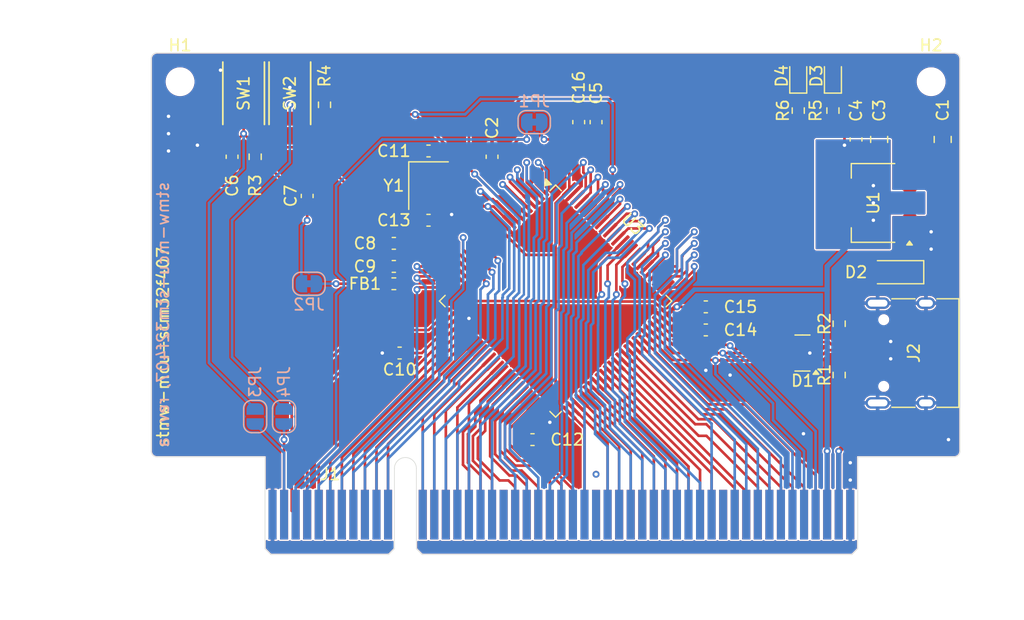
<source format=kicad_pcb>
(kicad_pcb (version 20241229) (generator "pcbnew") (generator_version "9.0")
  (title_block (title "${TITLE}") (rev "${REVISION}") (company "${COMPANY}") (comment 1 "${URL}") (comment 2 "${AUTHOR}") (comment 3 "${AUTHOR_EMAIL}"))
  (layers (0 "F.Cu" signal) (2 "B.Cu" signal) (13 "F.Paste" user) (15 "B.Paste" user) (5 "F.SilkS" user "F.Silkscreen") (7 "B.SilkS" user "B.Silkscreen") (1 "F.Mask" user) (3 "B.Mask" user) (25 "Edge.Cuts" user))
  (property "AUTHOR" "Lars Boegild Thomsen")
  (property "AUTHOR_EMAIL" "lth@stm32world.com")
  (property "COMPANY" "STM32World")
  (property "REVISION" "a")
  (property "TITLE" "stmw-mcu-stm32f407")
  (property "URL" "https://stm32world.com/wiki/STMW-MCU-STM32F407")
  (property "YEAR" "2025")
  (net 0 "")
  (net 1 "U7")
  (net 2 "Net-(U3-PH0)")
  (net 3 "Net-(U3-PH1)")
  (net 4 "Net-(U3-VCAP_1)")
  (net 5 "Net-(U3-VCAP_2)")
  (net 6 "PA9")
  (net 7 "PA14")
  (net 8 "PA2")
  (net 9 "PA1")
  (net 10 "PA0")
  (net 11 "PC0")
  (net 12 "PA13")
  (net 13 "PA5")
  (net 14 "PA10")
  (net 15 "PA7")
  (net 16 "+5V")
  (net 17 "GND")
  (net 18 "VBAT")
  (net 19 "+3V3")
  (net 20 "NRST")
  (net 21 "VA")
  (net 22 "PA11")
  (net 23 "PA12")
  (net 24 "VBUS")
  (net 25 "Net-(D3-K)")
  (net 26 "Net-(D4-K)")
  (net 27 "VDDA")
  (net 28 "U5")
  (net 29 "U4")
  (net 30 "U9")
  (net 31 "U8")
  (net 32 "U6")
  (net 33 "PC15")
  (net 34 "Net-(J2-CC2)")
  (net 36 "Net-(J2-CC1)")
  (net 38 "HNRST")
  (net 39 "BO0")
  (net 40 "HBO0")
  (net 41 "PC13")
  (net 42 "PA6")
  (net 43 "PA4")
  (net 44 "PA15")
  (net 45 "PA3")
  (net 46 "PA8")
  (net 47 "PC2")
  (net 48 "PE6")
  (net 49 "PB13")
  (net 50 "PC1")
  (net 51 "PB14")
  (net 52 "PB2")
  (net 53 "PC11")
  (net 54 "PD0")
  (net 55 "PB10")
  (net 56 "PE12")
  (net 57 "PD13")
  (net 58 "PC8")
  (net 59 "PC6")
  (net 60 "PD15")
  (net 61 "PE2")
  (net 62 "PB1")
  (net 63 "PE11")
  (net 64 "PE15")
  (net 65 "PB4")
  (net 66 "PB12")
  (net 67 "PE8")
  (net 68 "PB7")
  (net 69 "PD8")
  (net 70 "PC3")
  (net 71 "PD11")
  (net 72 "PE14")
  (net 73 "PE9")
  (net 74 "PB3")
  (net 75 "PE7")
  (net 76 "PD9")
  (net 77 "PC10")
  (net 78 "PE3")
  (net 79 "PD4")
  (net 80 "PC5")
  (net 81 "PE1")
  (net 82 "PB9")
  (net 83 "PB6")
  (net 84 "PE10")
  (net 85 "PD5")
  (net 86 "PC4")
  (net 87 "PD7")
  (net 88 "PB8")
  (net 89 "PB0")
  (net 90 "PC14")
  (net 91 "PD6")
  (net 92 "PB5")
  (net 93 "PB15")
  (net 94 "PD14")
  (net 95 "PC9")
  (net 96 "PB11")
  (net 97 "PC7")
  (net 98 "PE5")
  (net 99 "PD12")
  (net 100 "PD10")
  (net 101 "PC12")
  (net 102 "PD2")
  (net 103 "PE13")
  (net 104 "PD1")
  (net 105 "PE4")
  (net 106 "PD3")
  (net 107 "PE0")
  (footprint "stm32world:USB_C_Receptacle_HRO_TYPE-C-31-M-12" (layer "F.Cu") (at 181 103.5 90)
    (property "Reference" "J2")
    (property "Value" "TYPE-C-31-M-12")
  )
  (footprint "Capacitor_SMD:C_0603_1608Metric" (layer "F.Cu") (at 163 101.5)
    (property "Reference" "C14")
    (property "Value" "2.2uF")
  )
  (footprint "Capacitor_SMD:C_0603_1608Metric" (layer "F.Cu") (at 139 86)
    (property "Reference" "C11")
    (property "Value" "20pF")
  )
  (footprint "MountingHole:MountingHole_2.2mm_M2" (layer "F.Cu") (at 117.5 80)
    (property "Reference" "H1")
    (property "Value" "MountingHole")
  )
  (footprint "LED_SMD:LED_0603_1608Metric" (layer "F.Cu") (at 174 79.5 90)
    (property "Reference" "D3")
    (property "Value" "LED_GREEN_0603")
  )
  (footprint "Capacitor_SMD:C_0805_2012Metric" (layer "F.Cu") (at 183.5 85 90)
    (property "Reference" "C1")
    (property "Value" "10uF")
  )
  (footprint "stm32world:STMW_Board" (layer "F.Cu") (at 125.5 117.5)
    (property "Reference" "J1")
    (property "Value" "~")
    (fp_line (start -10.5 -5.5) (end -10.5 -39.5) (stroke (width 0.05)) (layer "Edge.Cuts"))
    (fp_line (start -10 -40) (end 59 -40) (stroke (width 0.05)) (layer "Edge.Cuts"))
    (fp_line (start -0.65 -5) (end -10 -5) (stroke (width 0.05)) (layer "Edge.Cuts"))
    (fp_line (start -0.65 -5) (end -0.65 2.95) (stroke (width 0.05)) (layer "Edge.Cuts"))
    (fp_line (start -0.65 2.95) (end -0.15 3.45) (stroke (width 0.05)) (layer "Edge.Cuts"))
    (fp_line (start -0.15 3.45) (end 10.05 3.45) (stroke (width 0.05)) (layer "Edge.Cuts"))
    (fp_line (start 10.55 -4) (end 10.55 2.95) (stroke (width 0.05)) (layer "Edge.Cuts"))
    (fp_line (start 10.55 2.95) (end 10.05 3.45) (stroke (width 0.05)) (layer "Edge.Cuts"))
    (fp_line (start 12.45 -4) (end 12.45 2.95) (stroke (width 0.05)) (layer "Edge.Cuts"))
    (fp_line (start 12.45 2.95) (end 12.95 3.45) (stroke (width 0.05)) (layer "Edge.Cuts"))
    (fp_line (start 12.95 3.45) (end 50.15 3.45) (stroke (width 0.05)) (layer "Edge.Cuts"))
    (fp_line (start 50.65 -5) (end 50.65 2.95) (stroke (width 0.05)) (layer "Edge.Cuts"))
    (fp_line (start 50.65 -5) (end 59 -5) (stroke (width 0.05)) (layer "Edge.Cuts"))
    (fp_line (start 50.65 2.95) (end 50.15 3.45) (stroke (width 0.05)) (layer "Edge.Cuts"))
    (fp_line (start 59.5 -39.5) (end 59.5 -5.5) (stroke (width 0.05)) (layer "Edge.Cuts"))
    (fp_arc (start -10.500001 -39.500001) (mid -10.353554 -39.853554) (end -10.000001 -40.000001) (stroke (width 0.05)) (layer "Edge.Cuts"))
    (fp_arc (start -10.000001 -4.999999) (mid -10.353554 -5.146446) (end -10.500001 -5.499999) (stroke (width 0.05)) (layer "Edge.Cuts"))
    (fp_arc (start 10.55 -4) (mid 11.5 -4.95) (end 12.45 -4) (stroke (width 0.05)) (layer "Edge.Cuts"))
    (fp_arc (start 59 -40) (mid 59.353553 -39.853553) (end 59.5 -39.5) (stroke (width 0.05)) (layer "Edge.Cuts"))
    (fp_arc (start 59.5 -5.5) (mid 59.353553 -5.146447) (end 59 -5) (stroke (width 0.05)) (layer "Edge.Cuts"))
  )
  (footprint "Package_TO_SOT_SMD:SOT-23" (layer "F.Cu") (at 171.365 103.5 180)
    (property "Reference" "D1")
    (property "Value" "PSM712")
  )
  (footprint "NetTie:NetTie-2_SMD_Pad0.5mm" (layer "F.Cu") (at 141.5 88 -90)
    (property "Reference" "NT1" (hide yes))
    (property "Value" "NetTie_2" (hide yes))
  )
  (footprint "Resistor_SMD:R_0603_1608Metric" (layer "F.Cu") (at 174.54 105.405 90)
    (property "Reference" "R1")
    (property "Value" "R_5.1K_0603")
  )
  (footprint "Package_QFP:LQFP-100_14x14mm_P0.5mm" (layer "F.Cu") (at 150 99 -45)
    (property "Reference" "U3")
    (property "Value" "STM32F407VETx")
  )
  (footprint "Resistor_SMD:R_0603_1608Metric" (layer "F.Cu") (at 124 86.5 90)
    (property "Reference" "R3")
    (property "Value" "R_10K_0603")
  )
  (footprint "Resistor_SMD:R_0603_1608Metric" (layer "F.Cu") (at 174.54 100.96 -90)
    (property "Reference" "R2")
    (property "Value" "R_5.1K_0603")
  )
  (footprint "Crystal:Crystal_SMD_3225-4Pin_3.2x2.5mm" (layer "F.Cu") (at 139 89 -90)
    (property "Reference" "Y1")
    (property "Value" "X_16MHZ")
  )
  (footprint "MountingHole:MountingHole_2.2mm_M2" (layer "F.Cu") (at 182.5 80)
    (property "Reference" "H2")
    (property "Value" "MountingHole")
  )
  (footprint "Resistor_SMD:R_0603_1608Metric" (layer "F.Cu") (at 174 82.5 -90)
    (property "Reference" "R5")
    (property "Value" "R_220_0603")
  )
  (footprint "Capacitor_SMD:C_0603_1608Metric" (layer "F.Cu") (at 144.5 86.5 90)
    (property "Reference" "C2")
    (property "Value" "100nF")
  )
  (footprint "Capacitor_SMD:C_0603_1608Metric" (layer "F.Cu") (at 136 96 180)
    (property "Reference" "C9")
    (property "Value" "100nF")
  )
  (footprint "Capacitor_SMD:C_0603_1608Metric" (layer "F.Cu") (at 122 86.5 -90)
    (property "Reference" "C6")
    (property "Value" "100nF")
  )
  (footprint "Resistor_SMD:R_0603_1608Metric" (layer "F.Cu") (at 171 82.5 -90)
    (property "Reference" "R6")
    (property "Value" "R_220_0603")
  )
  (footprint "Capacitor_SMD:C_0603_1608Metric" (layer "F.Cu") (at 136.5 103.5 180)
    (property "Reference" "C10")
    (property "Value" "100nF")
  )
  (footprint "Capacitor_SMD:C_0603_1608Metric" (layer "F.Cu") (at 139 92 180)
    (property "Reference" "C13")
    (property "Value" "20pF")
  )
  (footprint "Capacitor_SMD:C_0805_2012Metric" (layer "F.Cu") (at 178 85 90)
    (property "Reference" "C3")
    (property "Value" "10uF")
  )
  (footprint "Package_TO_SOT_SMD:SOT-223-3_TabPin2" (layer "F.Cu") (at 177.5 90.5 180)
    (property "Reference" "U1")
    (property "Value" "AMS1117-3.3")
  )
  (footprint "Capacitor_SMD:C_0603_1608Metric" (layer "F.Cu") (at 148 111)
    (property "Reference" "C12")
    (property "Value" "2.2uF")
  )
  (footprint "Capacitor_SMD:C_0603_1608Metric" (layer "F.Cu") (at 128.5 89.895 90)
    (property "Reference" "C7")
    (property "Value" "100nF")
  )
  (footprint "stm32world:TS-1088R-02526" (layer "F.Cu") (at 123 81 -90)
    (property "Reference" "SW1")
    (property "Value" "TS-1088R-02526")
  )
  (footprint "Capacitor_SMD:C_0603_1608Metric" (layer "F.Cu") (at 163 99.5)
    (property "Reference" "C15")
    (property "Value" "100nF")
  )
  (footprint "Capacitor_SMD:C_0603_1608Metric" (layer "F.Cu") (at 152 83.5 90)
    (property "Reference" "C16")
    (property "Value" "100nF")
  )
  (footprint "Capacitor_SMD:C_0603_1608Metric" (layer "F.Cu") (at 136 94 180)
    (property "Reference" "C8")
    (property "Value" "100nF")
  )
  (footprint "Capacitor_SMD:C_0603_1608Metric" (layer "F.Cu") (at 176 85 90)
    (property "Reference" "C4")
    (property "Value" "1uF")
  )
  (footprint "Diode_SMD:D_SOD-123" (layer "F.Cu") (at 179.5 96.5 180)
    (property "Reference" "D2")
    (property "Value" "B5819W")
  )
  (footprint "Inductor_SMD:L_0603_1608Metric" (layer "F.Cu") (at 136 97.5)
    (property "Reference" "FB1")
    (property "Value" "FB_0603")
  )
  (footprint "Resistor_SMD:R_0603_1608Metric" (layer "F.Cu") (at 130 82 90)
    (property "Reference" "R4")
    (property "Value" "R_10K_0603")
  )
  (footprint "stm32world:TS-1088R-02526" (layer "F.Cu") (at 127 81 90)
    (property "Reference" "SW2")
    (property "Value" "TS-1088R-02526")
  )
  (footprint "Capacitor_SMD:C_0603_1608Metric" (layer "F.Cu") (at 153.5 83.5 90)
    (property "Reference" "C5")
    (property "Value" "100nF")
  )
  (footprint "LED_SMD:LED_0603_1608Metric" (layer "F.Cu") (at 171 79.5 90)
    (property "Reference" "D4")
    (property "Value" "LED_BLUE_0603")
  )
  (footprint "Jumper:SolderJumper-2_P1.3mm_Open_RoundedPad1.0x1.5mm" (layer "B.Cu") (at 124 109 -90)
    (property "Reference" "JP3")
    (property "Value" "SolderJumper_2_Open")
  )
  (footprint "Jumper:SolderJumper-2_P1.3mm_Bridged_RoundedPad1.0x1.5mm" (layer "B.Cu") (at 128.65 97.5)
    (property "Reference" "JP2")
    (property "Value" "SolderJumper_2_Bridged")
  )
  (footprint "Jumper:SolderJumper-2_P1.3mm_Open_RoundedPad1.0x1.5mm" (layer "B.Cu") (at 126.5 109 -90)
    (property "Reference" "JP4")
    (property "Value" "SolderJumper_2_Open")
  )
  (footprint "Jumper:SolderJumper-2_P1.3mm_Bridged_RoundedPad1.0x1.5mm" (layer "B.Cu") (at 148.15 83.5 180)
    (property "Reference" "JP1")
    (property "Value" "SolderJumper_2_Bridged")
  )
  (via (at 153.5 114) (size 0.6) (drill 0.3) (layers "F.Cu" "B.Cu") (net 0))
  (segment (start 139.3347 89.0847) (end 140.791807 89.0847) (width 0.2286) (layer "F.Cu") (net 2))
  (segment (start 140.791807 89.0847) (end 144.926509 93.219402) (width 0.2286) (layer "F.Cu") (net 2))
  (segment (start 138.225 86) (end 138.225 87.825) (width 0.2286) (layer "F.Cu") (net 2))
  (segment (start 138.15 87.9) (end 139.3347 89.0847) (width 0.2286) (layer "F.Cu") (net 2))
  (segment (start 141.1 90.1) (end 144.572955 93.572955) (width 0.2286) (layer "F.Cu") (net 3))
  (segment (start 139.85 90.1) (end 139.85 91.925) (width 0.2286) (layer "F.Cu") (net 3))
  (segment (start 139.85 90.1) (end 141.1 90.1) (width 0.2286) (layer "F.Cu") (net 3))
  (segment (start 148.462043 108.316132) (end 147.225 109.553175) (width 0.2286) (layer "F.Cu") (net 4))
  (segment (start 147.225 109.553175) (end 147.225 111) (width 0.2286) (layer "F.Cu") (net 4))
  (segment (start 160.071067 102) (end 161.725 102) (width 0.2286) (layer "F.Cu") (net 5))
  (segment (start 161.725 102) (end 162.225 101.5) (width 0.2286) (layer "F.Cu") (net 5))
  (segment (start 158.962578 100.891511) (end 160.071067 102) (width 0.2286) (layer "F.Cu") (net 5))
  (segment (start 162.914133 108.3786) (end 164.7572 108.3786) (width 0.2286) (layer "F.Cu") (net 6))
  (segment (start 157.194811 102.659278) (end 162.914133 108.3786) (width 0.2286) (layer "F.Cu") (net 6))
  (segment (start 164.7572 108.3786) (end 171.5 115.1214) (width 0.2286) (layer "F.Cu") (net 6))
  (segment (start 171.5 115.1214) (end 171.5 117.5) (width 0.2286) (layer "F.Cu") (net 6))
  (segment (start 159.669685 97.815596) (end 160.5028 97.815596) (width 0.2286) (layer "F.Cu") (net 7))
  (segment (start 162 96.318396) (end 162 96) (width 0.2286) (layer "F.Cu") (net 7))
  (segment (start 160.5028 97.815596) (end 162 96.318396) (width 0.2286) (layer "F.Cu") (net 7))
  (via (at 162 96) (size 0.6) (drill 0.3) (layers "F.Cu" "B.Cu") (net 7))
  (segment (start 169.5 112.587704) (end 159.8847 102.972404) (width 0.2286) (layer "B.Cu") (net 7))
  (segment (start 169.5 117.5) (end 169.5 112.587704) (width 0.2286) (layer "B.Cu") (net 7))
  (segment (start 159.8847 99.245134) (end 162 97.129834) (width 0.2286) (layer "B.Cu") (net 7))
  (segment (start 159.8847 102.972404) (end 159.8847 99.245134) (width 0.2286) (layer "B.Cu") (net 7))
  (segment (start 162 97.129834) (end 162 96) (width 0.2286) (layer "B.Cu") (net 7))
  (segment (start 138.184404 97.815596) (end 140.330315 97.815596) (width 0.2286) (layer "F.Cu") (net 8))
  (segment (start 138 98) (end 138.184404 97.815596) (width 0.2286) (layer "F.Cu") (net 8))
  (via (at 138 98) (size 0.6) (drill 0.3) (layers "F.Cu" "B.Cu") (net 8))
  (segment (start 138 105.77) (end 128.5 115.27) (width 0.2286) (layer "B.Cu") (net 8))
  (segment (start 128.5 115.27) (end 128.5 117.5) (width 0.2286) (layer "B.Cu") (net 8))
  (segment (start 138 98) (end 138 105.77) (width 0.2286) (layer "B.Cu") (net 8))
  (segment (start 140.079966 96.858141) (end 140.683868 97.462043) (width 0.2286) (layer "F.Cu") (net 9))
  (segment (start 138.141859 96.858141) (end 140.079966 96.858141) (width 0.2286) (layer "F.Cu") (net 9))
  (segment (start 138 97) (end 138.141859 96.858141) (width 0.2286) (layer "F.Cu") (net 9))
  (via (at 138 97) (size 0.6) (drill 0.3) (layers "F.Cu" "B.Cu") (net 9))
  (segment (start 129.5 114.946132) (end 129.5 117.5) (width 0.2286) (layer "B.Cu") (net 9))
  (segment (start 138 97) (end 138.75 97.75) (width 0.2286) (layer "B.Cu") (net 9))
  (segment (start 138.75 105.696132) (end 129.5 114.946132) (width 0.2286) (layer "B.Cu") (net 9))
  (segment (start 138.75 97.75) (end 138.75 105.696132) (width 0.2286) (layer "B.Cu") (net 9))
  (segment (start 139.928933 96) (end 141.037422 97.108489) (width 0.2286) (layer "F.Cu") (net 10))
  (segment (start 138 96) (end 139.928933 96) (width 0.2286) (layer "F.Cu") (net 10))
  (via (at 138 96) (size 0.6) (drill 0.3) (layers "F.Cu" "B.Cu") (net 10))
  (segment (start 130.5 114.60896) (end 130.5 117.5) (width 0.2286) (layer "B.Cu") (net 10))
  (segment (start 139.385548 105.723412) (end 139.385548 97.385548) (width 0.2286) (layer "B.Cu") (net 10))
  (segment (start 139.385548 105.723412) (end 130.5 114.60896) (width 0.2286) (layer "B.Cu") (net 10))
  (segment (start 139.385548 97.385548) (end 138 96) (width 0.2286) (layer "B.Cu") (net 10))
  (segment (start 143.865849 94.280062) (end 145 95.414213) (width 0.2286) (layer "F.Cu") (net 11))
  (segment (start 145 95.414213) (end 145 95.5) (width 0.2286) (layer "F.Cu") (net 11))
  (via (at 145 95.5) (size 0.6) (drill 0.3) (layers "F.Cu" "B.Cu") (net 11))
  (segment (start 141.2144 105.829468) (end 141.2144 106.319088) (width 0.2286) (layer "B.Cu") (net 11))
  (segment (start 145.1153 95.6153) (end 145 95.5) (width 0.2286) (layer "B.Cu") (net 11))
  (segment (start 144.78 102.263868) (end 141.2144 105.829468) (width 0.2286) (layer "B.Cu") (net 11))
  (segment (start 144.78 98.425) (end 144.78 102.263868) (width 0.2286) (layer "B.Cu") (net 11))
  (segment (start 134.5 113.033488) (end 134.5 117.5) (width 0.2286) (layer "B.Cu") (net 11))
  (segment (start 145.1153 98.0897) (end 145.1153 95.6153) (width 0.2286) (layer "B.Cu") (net 11))
  (segment (start 144.78 98.425) (end 145.1153 98.0897) (width 0.2286) (layer "B.Cu") (net 11))
  (segment (start 141.2144 106.319088) (end 134.5 113.033488) (width 0.2286) (layer "B.Cu") (net 11))
  (segment (start 158.609025 101.245064) (end 160.154261 102.7903) (width 0.2286) (layer "F.Cu") (net 12))
  (segment (start 160.154261 102.7903) (end 165.0203 102.7903) (width 0.2286) (layer "F.Cu") (net 12))
  (segment (start 165.0203 102.7903) (end 165.1 102.87) (width 0.2286) (layer "F.Cu") (net 12))
  (via (at 165.1 102.87) (size 0.6) (drill 0.3) (layers "F.Cu" "B.Cu") (net 12))
  (segment (start 172.5 110.27) (end 172.5 117.5) (width 0.2286) (layer "B.Cu") (net 12))
  (segment (start 165.1 102.87) (end 172.5 110.27) (width 0.2286) (layer "B.Cu") (net 12))
  (segment (start 130.5 112.843145) (end 130.5 117.5) (width 0.2286) (layer "F.Cu") (net 13))
  (segment (start 141.744528 101.598617) (end 130.5 112.843145) (width 0.2286) (layer "F.Cu") (net 13))
  (segment (start 172.5 114.08) (end 172.5 117.5) (width 0.2286) (layer "F.Cu") (net 14))
  (segment (start 166.37 107.95) (end 172.5 114.08) (width 0.2286) (layer "F.Cu") (net 14))
  (segment (start 163.192641 107.95) (end 166.37 107.95) (width 0.2286) (layer "F.Cu") (net 14))
  (segment (start 157.548365 102.305724) (end 163.189641 107.947) (width 0.2286) (layer "F.Cu") (net 14))
  (segment (start 163.189641 107.947) (end 163.192641 107.947) (width 0.2286) (layer "F.Cu") (net 14))
  (segment (start 142.451635 102.305724) (end 132.5 112.257359) (width 0.2286) (layer "F.Cu") (net 15))
  (segment (start 132.5 112.257359) (end 132.5 117.5) (width 0.2286) (layer "F.Cu") (net 15))
  (segment (start 182.5 111) (end 175.5 111) (width 0.4572) (layer "F.Cu") (net 16))
  (segment (start 175.5 111) (end 174.5 112) (width 0.4572) (layer "F.Cu") (net 16))
  (segment (start 174.5 112) (end 174.5 117.5) (width 0.4572) (layer "F.Cu") (net 16))
  (segment (start 184 109.5) (end 182.5 111) (width 0.4572) (layer "F.Cu") (net 16))
  (segment (start 184 96.5) (end 184 109.5) (width 0.4572) (layer "F.Cu") (net 16))
  (segment (start 181.15 96.5) (end 184 96.5) (width 0.4572) (layer "F.Cu") (net 16))
  (segment (start 180.65 88.2) (end 183.2 88.2) (width 0.4572) (layer "F.Cu") (net 16))
  (segment (start 184 89) (end 184 96.5) (width 0.4572) (layer "F.Cu") (net 16))
  (segment (start 183.2 88.2) (end 184 89) (width 0.4572) (layer "F.Cu") (net 16))
  (segment (start 181.55 85.95) (end 183.5 85.95) (width 0.4572) (layer "F.Cu") (net 16))
  (segment (start 180.65 86.85) (end 181.55 85.95) (width 0.4572) (layer "F.Cu") (net 16))
  (segment (start 180.65 88.2) (end 180.65 86.85) (width 0.4572) (layer "F.Cu") (net 16))
  (via (at 174.5 112) (size 0.6) (drill 0.3) (layers "F.Cu" "B.Cu") (net 16))
  (segment (start 174.5 112) (end 174.5 117.5) (width 0.4572) (layer "B.Cu") (net 16))
  (via (at 116.5 84.5) (size 0.6) (drill 0.3) (layers "F.Cu" "B.Cu") (net 17))
  (via (at 182.5 94.5) (size 0.6) (drill 0.3) (layers "F.Cu" "B.Cu") (net 17))
  (via (at 127 80.5) (size 0.6) (drill 0.3) (layers "F.Cu" "B.Cu") (net 17))
  (via (at 116.5 86) (size 0.6) (drill 0.3) (layers "F.Cu" "B.Cu") (net 17))
  (via (at 171.45 110.49) (size 0.6) (drill 0.3) (layers "F.Cu" "B.Cu") (net 17))
  (via (at 142.5 100.5) (size 0.6) (drill 0.3) (layers "F.Cu" "B.Cu") (net 17))
  (via (at 119 85.5) (size 0.6) (drill 0.3) (layers "F.Cu" "B.Cu") (net 17))
  (via (at 121 79) (size 0.6) (drill 0.3) (layers "F.Cu" "B.Cu") (net 17))
  (via (at 184 111) (size 0.6) (drill 0.3) (layers "F.Cu" "B.Cu") (net 17))
  (via (at 179 102.5) (size 0.6) (drill 0.3) (layers "F.Cu" "B.Cu") (net 17))
  (via (at 149.5 109.5) (size 0.6) (drill 0.3) (layers "F.Cu" "B.Cu") (net 17))
  (via (at 135 103.5) (size 0.6) (drill 0.3) (layers "F.Cu" "B.Cu") (net 17))
  (via (at 163 105) (size 0.6) (drill 0.3) (layers "F.Cu" "B.Cu") (net 17))
  (via (at 172 103.5) (size 0.6) (drill 0.3) (layers "F.Cu" "B.Cu") (net 17))
  (via (at 165.1 105.41) (size 0.6) (drill 0.3) (layers "F.Cu" "B.Cu") (net 17))
  (via (at 179 104) (size 0.6) (drill 0.3) (layers "F.Cu" "B.Cu") (net 17))
  (via (at 141 91.5) (size 0.6) (drill 0.3) (layers "F.Cu" "B.Cu") (net 17))
  (via (at 175.5 114.5) (size 0.6) (drill 0.3) (layers "F.Cu" "B.Cu") (net 17))
  (via (at 175.5 113) (size 0.6) (drill 0.3) (layers "F.Cu" "B.Cu") (net 17))
  (via (at 182.5 93) (size 0.6) (drill 0.3) (layers "F.Cu" "B.Cu") (net 17))
  (via (at 116.5 83) (size 0.6) (drill 0.3) (layers "F.Cu" "B.Cu") (net 17))
  (segment (start 147.5 85) (end 146.775 85) (width 0.2286) (layer "F.Cu") (net 18))
  (segment (start 144.5 88.853752) (end 144.5 87.275) (width 0.2286) (layer "F.Cu") (net 18))
  (segment (start 146.775 85) (end 144.5 87.275) (width 0.2286) (layer "F.Cu") (net 18))
  (segment (start 145.465047 89.5153) (end 145.161548 89.5153) (width 0.2286) (layer "F.Cu") (net 18))
  (segment (start 147.047829 91.098082) (end 145.465047 89.5153) (width 0.2286) (layer "F.Cu") (net 18))
  (segment (start 145.161548 89.5153) (end 144.5 88.853752) (width 0.2286) (layer "F.Cu") (net 18))
  (via (at 147.5 85) (size 0.6) (drill 0.3) (layers "F.Cu" "B.Cu") (net 18))
  (segment (start 131 96.560537) (end 131 89) (width 0.2286) (layer "B.Cu") (net 18))
  (segment (start 127.5 117.5) (end 127.5 115.1214) (width 0.2286) (layer "B.Cu") (net 18))
  (segment (start 131 89) (end 135 85) (width 0.2286) (layer "B.Cu") (net 18))
  (segment (start 131.6643 97.224837) (end 131 96.560537) (width 0.2286) (layer "B.Cu") (net 18))
  (segment (start 131 98.439463) (end 131.6643 97.775163) (width 0.2286) (layer "B.Cu") (net 18))
  (segment (start 135 85) (end 147.5 85) (width 0.2286) (layer "B.Cu") (net 18))
  (segment (start 131.6643 97.775163) (end 131.6643 97.224837) (width 0.2286) (layer "B.Cu") (net 18))
  (segment (start 131 111.6214) (end 131 98.439463) (width 0.2286) (layer "B.Cu") (net 18))
  (segment (start 127.5 115.1214) (end 131 111.6214) (width 0.2286) (layer "B.Cu") (net 18))
  (segment (start 147.5 83.5) (end 147.5 85) (width 0.2286) (layer "B.Cu") (net 18))
  (segment (start 150 99) (end 142.928933 99) (width 0.2286) (layer "F.Cu") (net 19))
  (segment (start 123 89) (end 124 88) (width 0.2286) (layer "F.Cu") (net 19))
  (segment (start 158.525581 99.0403) (end 150.0403 99.0403) (width 0.2286) (layer "F.Cu") (net 19))
  (segment (start 175 79.7125) (end 175 85.5) (width 0.2286) (layer "F.Cu") (net 19))
  (segment (start 142.928933 99) (end 141.037422 100.891511) (width 0.2286) (layer "F.Cu") (net 19))
  (segment (start 159.669685 100.184404) (end 158.525581 99.0403) (width 0.2286) (layer "F.Cu") (net 19))
  (segment (start 171 78.7125) (end 127.0875 78.7125) (width 0.2286) (layer "F.Cu") (net 19))
  (segment (start 152 84.275) (end 153.5 84.275) (width 0.2286) (layer "F.Cu") (net 19))
  (segment (start 174 78.7125) (end 175 79.7125) (width 0.2286) (layer "F.Cu") (net 19))
  (segment (start 124 87.325) (end 125.155 87.325) (width 0.2286) (layer "F.Cu") (net 19))
  (segment (start 150.225 84.275) (end 152 84.275) (width 0.2286) (layer "F.Cu") (net 19))
  (segment (start 160.354089 99.5) (end 159.699031 100.155058) (width 0.381) (layer "F.Cu") (net 19))
  (segment (start 142.928933 97.585788) (end 142.928933 99) (width 0.2286) (layer "F.Cu") (net 19))
  (segment (start 149 85) (end 149.5 85) (width 0.2286) (layer "F.Cu") (net 19))
  (segment (start 150 90.514719) (end 151.184404 89.330315) (width 0.2286) (layer "F.Cu") (net 19))
  (segment (start 151.184404 85.815596) (end 152 85) (width 0.2286) (layer "F.Cu") (net 19))
  (segment (start 143.408186 96.650827) (end 143.408186 97.106535) (width 0.2286) (layer "F.Cu") (net 19))
  (segment (start 121 81) (end 118 84) (width 0.2286) (layer "F.Cu") (net 19))
  (segment (start 149.5 85) (end 150.225 84.275) (width 0.2286) (layer "F.Cu") (net 19))
  (segment (start 171 78.7125) (end 174 78.7125) (width 0.2286) (layer "F.Cu") (net 19))
  (segment (start 150 107.485281) (end 148.815596 108.669685) (width 0.2286) (layer "F.Cu") (net 19))
  (segment (start 120.5 89) (end 123 89) (width 0.2286) (layer "F.Cu") (net 19))
  (segment (start 145.280062 92.865849) (end 147.414213 95) (width 0.2286) (layer "F.Cu") (net 19))
  (segment (start 128.5 90.67) (end 128.5 92) (width 0.2286) (layer "F.Cu") (net 19))
  (segment (start 118 86.5) (end 120.5 89) (width 0.2286) (layer "F.Cu") (net 19))
  (segment (start 152 85) (end 152 84.275) (width 0.2286) (layer "F.Cu") (net 19))
  (segment (start 150 99) (end 150 107.485281) (width 0.2286) (layer "F.Cu") (net 19))
  (segment (start 147.414213 95) (end 150 95) (width 0.2286) (layer "F.Cu") (net 19))
  (segment (start 124.8 81) (end 121 81) (width 0.2286) (layer "F.Cu") (net 19))
  (segment (start 150.0403 99.0403) (end 150 99) (width 0.2286) (layer "F.Cu") (net 19))
  (segment (start 127 78.8) (end 124.8 81) (width 0.2286) (layer "F.Cu") (net 19))
  (segment (start 124 88) (end 124 87.325) (width 0.2286) (layer "F.Cu") (net 19))
  (segment (start 143.408186 97.106535) (end 142.928933 97.585788) (width 0.2286) (layer "F.Cu") (net 19))
  (segment (start 140.757359 94) (end 142.451635 95.694276) (width 0.2286) (layer "F.Cu") (net 19))
  (segment (start 138.428933 103.5) (end 137.275 103.5) (width 0.2286) (layer "F.Cu") (net 19))
  (segment (start 141.037422 100.891511) (end 138.428933 103.5) (width 0.2286) (layer "F.Cu") (net 19))
  (segment (start 118 84) (end 118 86.5) (width 0.2286) (layer "F.Cu") (net 19))
  (segment (start 141.744528 96.401383) (end 142.928933 97.585788) (width 0.2286) (layer "F.Cu") (net 19))
  (segment (start 142.451635 95.694276) (end 143.408186 96.650827) (width 0.2286) (layer "F.Cu") (net 19))
  (segment (start 173.5 112) (end 173.5 117.5) (width 0.4572) (layer "F.Cu") (net 19))
  (segment (start 160.5 99.5) (end 160.354089 99.5) (width 0.381) (layer "F.Cu") (net 19))
  (segment (start 136.775 94) (end 140.757359 94) (width 0.2286) (layer "F.Cu") (net 19))
  (segment (start 151.184404 89.330315) (end 151.184404 85.815596) (width 0.2286) (layer "F.Cu") (net 19))
  (segment (start 160.5 99.5) (end 162.225 99.5) (width 0.2286) (layer "F.Cu") (net 19))
  (segment (start 150 95) (end 150 90.514719) (width 0.2286) (layer "F.Cu") (net 19))
  (segment (start 150 99) (end 150 95) (width 0.2286) (layer "F.Cu") (net 19))
  (segment (start 125.155 87.325) (end 128.5 90.67) (width 0.2286) (layer "F.Cu") (net 19))
  (via (at 149 85) (size 0.6) (drill 0.3) (layers "F.Cu" "B.Cu") (net 19))
  (via (at 177.5 90.5) (size 0.6) (drill 0.3) (layers "F.Cu" "B.Cu") (net 19))
  (via (at 175 85.5) (size 0.6) (drill 0.3) (layers "F.Cu" "B.Cu") (net 19))
  (via (at 177.5 89) (size 0.6) (drill 0.3) (layers "F.Cu" "B.Cu") (net 19))
  (via (at 128.5 92) (size 0.6) (drill 0.3) (layers "F.Cu" "B.Cu") (net 19))
  (via (at 160.5 99.5) (size 0.6) (drill 0.3) (layers "F.Cu" "B.Cu") (net 19))
  (via (at 173.5 112) (size 0.6) (drill 0.3) (layers "F.Cu" "B.Cu") (net 19))
  (via (at 177.5 92) (size 0.6) (drill 0.3) (layers "F.Cu" "B.Cu") (net 19))
  (segment (start 173.5 112) (end 173.5 98) (width 0.4572) (layer "B.Cu") (net 19))
  (segment (start 173.5 111.968189) (end 173.5 112) (width 0.4572) (layer "B.Cu") (net 19))
  (segment (start 128.5 92) (end 128 92.5) (width 0.2286) (layer "B.Cu") (net 19))
  (segment (start 173.5 98) (end 162 98) (width 0.381) (layer "B.Cu") (net 19))
  (segment (start 148.8 84.8) (end 149 85) (width 0.2286) (layer "B.Cu") (net 19))
  (segment (start 173.5 98) (end 173.5 96) (width 0.4572) (layer "B.Cu") (net 19))
  (segment (start 173.5 117.5) (end 173.5 111.968189) (width 0.4572) (layer "B.Cu") (net 19))
  (segment (start 162 98) (end 160.5 99.5) (width 0.381) (layer "B.Cu") (net 19))
  (segment (start 173.5 96) (end 177.5 92) (width 0.4572) (layer "B.Cu") (net 19))
  (segment (start 148.8 83.5) (end 148.8 84.8) (width 0.2286) (layer "B.Cu") (net 19))
  (segment (start 128 92.5) (end 128 97.5) (width 0.2286) (layer "B.Cu") (net 19))
  (segment (start 135.7903 92.7903) (end 143.083193 92.7903) (width 0.2286) (layer "F.Cu") (net 20))
  (segment (start 123.95 85.725) (end 124 85.675) (width 0.2286) (layer "F.Cu") (net 20))
  (segment (start 124 85.675) (end 128.675 85.675) (width 0.2286) (layer "F.Cu") (net 20))
  (segment (start 122 85.5) (end 123 84.5) (width 0.2286) (layer "F.Cu") (net 20))
  (segment (start 122 85.725) (end 122 85.5) (width 0.2286) (layer "F.Cu") (net 20))
  (segment (start 124 85.675) (end 124 85.5) (width 0.2286) (layer "F.Cu") (net 20))
  (segment (start 128.675 85.675) (end 135.7903 92.7903) (width 0.2286) (layer "F.Cu") (net 20))
  (segment (start 123 84.5) (end 123 83.2) (width 0.2286) (layer "F.Cu") (net 20))
  (segment (start 124 85.5) (end 123 84.5) (width 0.2286) (layer "F.Cu") (net 20))
  (segment (start 143.083193 92.7903) (end 144.219402 93.926509) (width 0.2286) (layer "F.Cu") (net 20))
  (via (at 123 84.5) (size 0.6) (drill 0.3) (layers "F.Cu" "B.Cu") (net 20))
  (segment (start 120 90.5) (end 123 87.5) (width 0.2286) (layer "B.Cu") (net 20))
  (segment (start 124 108.35) (end 120 104.35) (width 0.2286) (layer "B.Cu") (net 20))
  (segment (start 120 104.35) (end 120 90.5) (width 0.2286) (layer "B.Cu") (net 20))
  (segment (start 123 87.5) (end 123 84.5) (width 0.2286) (layer "B.Cu") (net 20))
  (segment (start 127.1653 107.3347) (end 136.7875 97.7125) (width 0.2286) (layer "F.Cu") (net 21))
  (segment (start 136.775 96) (end 136.775 97.4875) (width 0.2286) (layer "F.Cu") (net 21))
  (segment (start 127.1653 117.1653) (end 127.1653 107.3347) (width 0.2286) (layer "F.Cu") (net 21))
  (segment (start 140.02074 95.3847) (end 137.3903 95.3847) (width 0.2286) (layer "F.Cu") (net 21))
  (segment (start 127.5 117.5) (end 127.1653 117.1653) (width 0.2286) (layer "F.Cu") (net 21))
  (segment (start 137.3903 95.3847) (end 136.775 96) (width 0.2286) (layer "F.Cu") (net 21))
  (segment (start 141.390975 96.754936) (end 140.02074 95.3847) (width 0.2286) (layer "F.Cu") (net 21))
  (segment (start 175.9147 104.2153) (end 175.9494 104.25) (width 0.2286) (layer "F.Cu") (net 22))
  (segment (start 157.901918 101.952171) (end 160.054874 104.105126) (width 0.2286) (layer "F.Cu") (net 22))
  (segment (start 173.5025 103.25) (end 176.955 103.25) (width 0.2286) (layer "F.Cu") (net 22))
  (segment (start 175.9494 103.25) (end 175.9147 103.2847) (width 0.2286) (layer "F.Cu") (net 22))
  (segment (start 175.9494 104.25) (end 176.955 104.25) (width 0.2286) (layer "F.Cu") (net 22))
  (segment (start 163.83 104.14) (end 163.795126 104.105126) (width 0.2286) (layer "F.Cu") (net 22))
  (segment (start 163.83 104.14) (end 168.05 104.14) (width 0.2286) (layer "F.Cu") (net 22))
  (segment (start 168.05 104.14) (end 168.91 105) (width 0.2286) (layer "F.Cu") (net 22))
  (segment (start 168.91 105) (end 171.7525 105) (width 0.2286) (layer "F.Cu") (net 22))
  (segment (start 176.955 103.25) (end 175.9494 103.25) (width 0.2286) (layer "F.Cu") (net 22))
  (segment (start 175.9147 103.2847) (end 175.9147 104.2153) (width 0.2286) (layer "F.Cu") (net 22))
  (segment (start 171.7525 105) (end 172.3025 104.45) (width 0.2286) (layer "F.Cu") (net 22))
  (segment (start 172.3025 104.45) (end 173.5025 103.25) (width 0.2286) (layer "F.Cu") (net 22))
  (segment (start 163.795126 104.105126) (end 160.054874 104.105126) (width 0.2286) (layer "F.Cu") (net 22))
  (via (at 163.83 104.14) (size 0.6) (drill 0.3) (layers "F.Cu" "B.Cu") (net 22))
  (segment (start 163.83 105.33) (end 170.5 112) (width 0.2286) (layer "B.Cu") (net 22))
  (segment (start 163.83 104.14) (end 163.83 105.33) (width 0.2286) (layer "B.Cu") (net 22))
  (segment (start 170.5 112) (end 170.5 117.5) (width 0.2286) (layer "B.Cu") (net 22))
  (segment (start 164.465 103.505) (end 167.995 103.505) (width 0.2286) (layer "F.Cu") (net 23))
  (segment (start 176.955 103.75) (end 177.9606 103.75) (width 0.2286) (layer "F.Cu") (net 23))
  (segment (start 173.656132 102.55) (end 173.856132 102.75) (width 0.2286) (layer "F.Cu") (net 23))
  (segment (start 158.255472 101.598617) (end 160.161855 103.505) (width 0.2286) (layer "F.Cu") (net 23))
  (segment (start 172.3025 102.55) (end 173.656132 102.55) (width 0.2286) (layer "F.Cu") (net 23))
  (segment (start 177.9606 103.75) (end 177.9953 103.7153) (width 0.2286) (layer "F.Cu") (net 23))
  (segment (start 177.9953 103.7153) (end 177.9953 102.7847) (width 0.2286) (layer "F.Cu") (net 23))
  (segment (start 160.161855 103.505) (end 164.465 103.505) (width 0.2286) (layer "F.Cu") (net 23))
  (segment (start 177.9606 102.75) (end 176.955 102.75) (width 0.2286) (layer "F.Cu") (net 23))
  (segment (start 173.856132 102.75) (end 176.955 102.75) (width 0.2286) (layer "F.Cu") (net 23))
  (segment (start 177.9953 102.7847) (end 177.9606 102.75) (width 0.2286) (layer "F.Cu") (net 23))
  (segment (start 168.95 102.55) (end 172.3025 102.55) (width 0.2286) (layer "F.Cu") (net 23))
  (segment (start 167.995 103.505) (end 168.95 102.55) (width 0.2286) (layer "F.Cu") (net 23))
  (via (at 164.465 103.505) (size 0.6) (drill 0.3) (layers "F.Cu" "B.Cu") (net 23))
  (segment (start 164.465 103.505) (end 168.815 107.855) (width 0.2286) (layer "B.Cu") (net 23))
  (segment (start 168.815 109.315) (end 171.5 112) (width 0.2286) (layer "B.Cu") (net 23))
  (segment (start 171.5 112) (end 171.5 117.5) (width 0.2286) (layer "B.Cu") (net 23))
  (segment (start 168.815 107.855) (end 168.815 109.315) (width 0.2286) (layer "B.Cu") (net 23))
  (segment (start 178.206005 105.5) (end 179 105.5) (width 0.381) (layer "F.Cu") (net 24))
  (segment (start 176.955 101.05) (end 177.756005 101.05) (width 0.381) (layer "F.Cu") (net 24))
  (segment (start 177.756005 101.05) (end 178.206005 101.5) (width 0.381) (layer "F.Cu") (net 24))
  (segment (start 178.206005 101.5) (end 180 101.5) (width 0.381) (layer "F.Cu") (net 24))
  (segment (start 179.5 96.5) (end 177.85 96.5) (width 0.381) (layer "F.Cu") (net 24))
  (segment (start 176.955 105.95) (end 177.756005 105.95) (width 0.381) (layer "F.Cu") (net 24))
  (segment (start 179 105.5) (end 180 104.5) (width 0.381) (layer "F.Cu") (net 24))
  (segment (start 180 97) (end 179.5 96.5) (width 0.381) (layer "F.Cu") (net 24))
  (segment (start 177.756005 105.95) (end 178.206005 105.5) (width 0.381) (layer "F.Cu") (net 24))
  (segment (start 180 101.5) (end 180 97) (width 0.381) (layer "F.Cu") (net 24))
  (segment (start 180 104.5) (end 180 101.5) (width 0.381) (layer "F.Cu") (net 24))
  (segment (start 174 80.2875) (end 174 81.675) (width 0.2286) (layer "F.Cu") (net 25))
  (segment (start 171 80.2875) (end 171 81.675) (width 0.2286) (layer "F.Cu") (net 26))
  (segment (start 131 97.5) (end 135.2125 97.5) (width 0.2286) (layer "F.Cu") (net 27))
  (via (at 131 97.5) (size 0.6) (drill 0.3) (layers "F.Cu" "B.Cu") (net 27))
  (segment (start 129.3 97.5) (end 131 97.5) (width 0.2286) (layer "B.Cu") (net 27))
  (segment (start 143.805 90.805) (end 141.5 88.5) (width 0.2286) (layer "F.Cu") (net 33))
  (segment (start 145.987169 92.158742) (end 144.633427 90.805) (width 0.2286) (layer "F.Cu") (net 33))
  (segment (start 144.145 90.805) (end 143.805 90.805) (width 0.2286) (layer "F.Cu") (net 33))
  (segment (start 144.633427 90.805) (end 144.145 90.805) (width 0.2286) (layer "F.Cu") (net 33))
  (via (at 144.145 90.805) (size 0.6) (drill 0.3) (layers "F.Cu" "B.Cu") (net 33))
  (segment (start 145.9857 97.9096) (end 145.4286 98.4667) (width 0.2286) (layer "B.Cu") (net 33))
  (segment (start 145.4286 98.677532) (end 145.3953 98.710832) (width 0.2286) (layer "B.Cu") (net 33))
  (segment (start 145.9857 93.801719) (end 145.9857 97.9096) (width 0.2286) (layer "B.Cu") (net 33))
  (segment (start 144.145 90.805) (end 144.173868 90.805) (width 0.2286) (layer "B.Cu") (net 33))
  (segment (start 141.643 106.49662) (end 135.5 112.63962) (width 0.2286) (layer "B.Cu") (net 33))
  (segment (start 144.173868 90.805) (end 146 92.631132) (width 0.2286) (layer "B.Cu") (net 33))
  (segment (start 146 92.631132) (end 146 93.787419) (width 0.2286) (layer "B.Cu") (net 33))
  (segment (start 145.3953 98.710832) (end 145.3953 102.2547) (width 0.2286) (layer "B.Cu") (net 33))
  (segment (start 135.5 112.63962) (end 135.5 117.5) (width 0.2286) (layer "B.Cu") (net 33))
  (segment (start 146 93.787419) (end 145.9857 93.801719) (width 0.2286) (layer "B.Cu") (net 33))
  (segment (start 145.3953 102.2547) (end 141.643 106.007) (width 0.2286) (layer "B.Cu") (net 33))
  (segment (start 145.4286 98.4667) (end 145.4286 98.677532) (width 0.2286) (layer "B.Cu") (net 33))
  (segment (start 141.643 106.007) (end 141.643 106.49662) (width 0.2286) (layer "B.Cu") (net 33))
  (segment (start 175.715 101.785) (end 174.54 101.785) (width 0.2286) (layer "F.Cu") (net 34))
  (segment (start 176.955 101.75) (end 175.75 101.75) (width 0.2286) (layer "F.Cu") (net 34))
  (segment (start 175.75 101.75) (end 175.715 101.785) (width 0.2286) (layer "F.Cu") (net 34))
  (segment (start 176.955 104.75) (end 174.71 104.75) (width 0.2286) (layer "F.Cu") (net 36))
  (segment (start 126.5 117.5) (end 126.5 112.15) (width 0.2286) (layer "B.Cu") (net 38))
  (segment (start 126.5 112.15) (end 124 109.65) (width 0.2286) (layer "B.Cu") (net 38))
  (segment (start 137.845334 82.825) (end 130 82.825) (width 0.2286) (layer "F.Cu") (net 39))
  (segment (start 141.5 87.5) (end 141.5 86.479666) (width 0.2286) (layer "F.Cu") (net 39))
  (segment (start 128.3 83.2) (end 126.95 83.2) (width 0.2286) (layer "F.Cu") (net 39))
  (segment (start 154.94 89.328702) (end 154.94 87.63) (width 0.2286) (layer "F.Cu") (net 39))
  (segment (start 154.5311 90.226259) (end 154.5311 89.737602) (width 0.2286) (layer "F.Cu") (net 39))
  (segment (start 153.305724 91.451635) (end 154.5311 90.226259) (width 0.2286) (layer "F.Cu") (net 39))
  (segment (start 154.5311 89.737602) (end 154.94 89.328702) (width 0.2286) (layer "F.Cu") (net 39))
  (segment (start 141.5 86.479666) (end 137.845334 82.825) (width 0.2286) (layer "F.Cu") (net 39))
  (segment (start 130 82.825) (end 128.675 82.825) (width 0.2286) (layer "F.Cu") (net 39))
  (segment (start 127 82) (end 127 83.15) (width 0.2286) (layer "F.Cu") (net 39))
  (segment (start 128.675 82.825) (end 128.3 83.2) (width 0.2286) (layer "F.Cu") (net 39))
  (via (at 137.845334 82.825) (size 0.6) (drill 0.3) (layers "F.Cu" "B.Cu") (net 39))
  (via (at 127 82) (size 0.6) (drill 0.3) (layers "F.Cu" "B.Cu") (net 39))
  (via (at 154.94 87.63) (size 0.6) (drill 0.3) (layers "F.Cu" "B.Cu") (net 39))
  (segment (start 126.5 108.35) (end 122 103.85) (width 0.2286) (layer "B.Cu") (net 39))
  (segment (start 143.5 81.5) (end 142.175 82.825) (width 0.2286) (layer "B.Cu") (net 39))
  (segment (start 154.5 81.5) (end 143.5 81.5) (width 0.2286) (layer "B.Cu") (net 39))
  (segment (start 127 87) (end 127 82) (width 0.2286) (layer "B.Cu") (net 39))
  (segment (start 154.94 87.63) (end 154.94 81.94) (width 0.2286) (layer "B.Cu") (net 39))
  (segment (start 122 103.85) (end 122 92) (width 0.2286) (layer "B.Cu") (net 39))
  (segment (start 122 92) (end 127 87) (width 0.2286) (layer "B.Cu") (net 39))
  (segment (start 142.175 82.825) (end 137.845334 82.825) (width 0.2286) (layer "B.Cu") (net 39))
  (segment (start 154.94 81.94) (end 154.5 81.5) (width 0.2286) (layer "B.Cu") (net 39))
  (segment (start 126.5 111) (end 126.5 117.5) (width 0.2286) (layer "F.Cu") (net 40))
  (via (at 126.5 111) (size 0.6) (drill 0.3) (layers "F.Cu" "B.Cu") (net 40))
  (segment (start 126.5 109.65) (end 126.5 111) (width 0.2286) (layer "B.Cu") (net 40))
  (segment (start 144.9439 89.9439) (end 145.186541 89.9439) (width 0.2286) (layer "F.Cu") (net 41))
  (segment (start 170.6347 82.9597) (end 171 83.325) (width 0.2286) (layer "F.Cu") (net 41))
  (segment (start 143 88) (end 142.5 87.5) (width 0.2286) (layer "F.Cu") (net 41))
  (segment (start 145.5 82.9597) (end 146.9597 81.5) (width 0.2286) (layer "F.Cu") (net 41))
  (segment (start 146.694276 91.451635) (end 145.186541 89.9439) (width 0.2286) (layer "F.Cu") (net 41))
  (segment (start 143 88) (end 144.9439 89.9439) (width 0.2286) (layer "F.Cu") (net 41))
  (segment (start 158 82.9597) (end 170.6347 82.9597) (width 0.2286) (layer "F.Cu") (net 41))
  (segment (start 156.5403 81.5) (end 158 82.9597) (width 0.2286) (layer "F.Cu") (net 41))
  (segment (start 142.5 83.5) (end 143.0403 82.9597) (width 0.2286) (layer "F.Cu") (net 41))
  (segment (start 142.5 87.5) (end 142.5 83.5) (width 0.2286) (layer "F.Cu") (net 41))
  (segment (start 143.0403 82.9597) (end 145.5 82.9597) (width 0.2286) (layer "F.Cu") (net 41))
  (segment (start 146.9597 81.5) (end 156.5403 81.5) (width 0.2286) (layer "F.Cu") (net 41))
  (via (at 143 88) (size 0.6) (drill 0.3) (layers "F.Cu" "B.Cu") (net 41))
  (segment (start 146.355566 98.751998) (end 146.8429 98.264664) (width 0.2286) (layer "B.Cu") (net 41))
  (segment (start 146.8429 94.156783) (end 146.8572 94.142483) (width 0.2286) (layer "B.Cu") (net 41))
  (segment (start 139.5 110.661132) (end 146.355566 103.805566) (width 0.2286) (layer "B.Cu") (net 41))
  (segment (start 146.8572 92.5) (end 146.8572 91.877424) (width 0.2286) (layer "B.Cu") (net 41))
  (segment (start 146.8429 98.264664) (end 146.8429 94.156783) (width 0.2286) (layer "B.Cu") (net 41))
  (segment (start 146.526266 91.54649) (end 146.526266 91.526266) (width 0.2286) (layer "B.Cu") (net 41))
  (segment (start 139.5 117.5) (end 139.5 110.661132) (width 0.2286) (layer "B.Cu") (net 41))
  (segment (start 146.8572 94.142483) (end 146.8572 92.5) (width 0.2286) (layer "B.Cu") (net 41))
  (segment (start 146.8572 91.877424) (end 146.526266 91.54649) (width 0.2286) (layer "B.Cu") (net 41))
  (segment (start 146.355566 103.805566) (end 146.355566 98.751998) (width 0.2286) (layer "B.Cu") (net 41))
  (segment (start 146.526266 91.526266) (end 143 88) (width 0.2286) (layer "B.Cu") (net 41))
  (segment (start 131.5 112.550253) (end 131.5 117.5) (width 0.2286) (layer "F.Cu") (net 42))
  (segment (start 142.098082 101.952171) (end 131.5 112.550253) (width 0.2286) (layer "F.Cu") (net 42))
  (segment (start 141.390975 101.245064) (end 129.5 113.136039) (width 0.2286) (layer "F.Cu") (net 43))
  (segment (start 129.5 113.136039) (end 129.5 117.5) (width 0.2286) (layer "F.Cu") (net 43))
  (segment (start 161.3847 95.6153) (end 162 95) (width 0.2286) (layer "F.Cu") (net 44))
  (segment (start 159.920975 96.8572) (end 160.855064 96.8572) (width 0.2286) (layer "F.Cu") (net 44))
  (segment (start 161.3847 96.327564) (end 161.3847 95.6153) (width 0.2286) (layer "F.Cu") (net 44))
  (segment (start 159.316132 97.462043) (end 159.920975 96.8572) (width 0.2286) (layer "F.Cu") (net 44))
  (segment (start 160.855064 96.8572) (end 161.3847 96.327564) (width 0.2286) (layer "F.Cu") (net 44))
  (via (at 162 95) (size 0.6) (drill 0.3) (layers "F.Cu" "B.Cu") (net 44))
  (segment (start 168.5 117.5) (end 168.5 112.193836) (width 0.2286) (layer "B.Cu") (net 44))
  (segment (start 161.3572 97.166502) (end 161.3572 95.6428) (width 0.2286) (layer "B.Cu") (net 44))
  (segment (start 159.4561 99.067602) (end 161.3572 97.166502) (width 0.2286) (layer "B.Cu") (net 44))
  (segment (start 161.3572 95.6428) (end 162 95) (width 0.2286) (layer "B.Cu") (net 44))
  (segment (start 168.5 112.193836) (end 159.4561 103.149936) (width 0.2286) (layer "B.Cu") (net 44))
  (segment (start 159.4561 103.149936) (end 159.4561 99.067602) (width 0.2286) (layer "B.Cu") (net 44))
  (segment (start 140.330315 100.184404) (end 139.00736 101.50736) (width 0.2286) (layer "F.Cu") (net 45))
  (segment (start 134.99264 101.50736) (end 128.5 108) (width 0.2286) (layer "F.Cu") (net 45))
  (segment (start 128.5 108) (end 128.5 117.5) (width 0.2286) (layer "F.Cu") (net 45))
  (segment (start 139.00736 101.50736) (end 134.99264 101.50736) (width 0.2286) (layer "F.Cu") (net 45))
  (segment (start 161.778427 107.95) (end 162.635627 108.8072) (width 0.2286) (layer "F.Cu") (net 46))
  (segment (start 170.5 115.1214) (end 170.5 117.5) (width 0.2286) (layer "F.Cu") (net 46))
  (segment (start 156.841258 103.012831) (end 161.775427 107.947) (width 0.2286) (layer "F.Cu") (net 46))
  (segment (start 164.1858 108.8072) (end 170.5 115.1214) (width 0.2286) (layer "F.Cu") (net 46))
  (segment (start 161.775427 107.947) (end 161.778427 107.947) (width 0.2286) (layer "F.Cu") (net 46))
  (segment (start 162.635627 108.8072) (end 164.1858 108.8072) (width 0.2286) (layer "F.Cu") (net 46))
  (segment (start 143.836786 97.336786) (end 144 97.5) (width 0.2286) (layer "F.Cu") (net 47))
  (segment (start 143.836786 95.665213) (end 143.836786 97.336786) (width 0.2286) (layer "F.Cu") (net 47))
  (segment (start 143.836786 95.665213) (end 143.158742 94.987169) (width 0.2286) (layer "F.Cu") (net 47))
  (via (at 144 97.5) (size 0.6) (drill 0.3) (layers "F.Cu" "B.Cu") (net 47))
  (segment (start 140.3572 105.474404) (end 143.5 102.331604) (width 0.2286) (layer "B.Cu") (net 47))
  (segment (start 132.5 117.5) (end 132.5 113.821224) (width 0.2286) (layer "B.Cu") (net 47))
  (segment (start 140.3572 105.964024) (end 140.3572 105.474404) (width 0.2286) (layer "B.Cu") (net 47))
  (segment (start 143.5 102.331604) (end 143.5 98) (width 0.2286) (layer "B.Cu") (net 47))
  (segment (start 132.5 113.821224) (end 140.3572 105.964024) (width 0.2286) (layer "B.Cu") (net 47))
  (segment (start 143.5 98) (end 144 97.5) (width 0.2286) (layer "B.Cu") (net 47))
  (segment (start 147.401383 90.744528) (end 145.556855 88.9) (width 0.2286) (layer "F.Cu") (net 48))
  (segment (start 145.556855 88.9) (end 145.415 88.9) (width 0.2286) (layer "F.Cu") (net 48))
  (via (at 145.415 88.9) (size 0.6) (drill 0.3) (layers "F.Cu" "B.Cu") (net 48))
  (segment (start 147.2715 91.685592) (end 147.2715 91.191832) (width 0.2286) (layer "B.Cu") (net 48))
  (segment (start 147.2572 94.328391) (end 147.2715 94.314091) (width 0.2) (layer "B.Cu") (net 48))
  (segment (start 147.2572 91.177532) (end 147.2572 90.7422) (width 0.2286) (layer "B.Cu") (net 48))
  (segment (start 140.5 110.931132) (end 140.5 117.5) (width 0.2286) (layer "B.Cu") (net 48))
  (segment (start 147.2572 98.436272) (end 147.2572 94.328391) (width 0.2) (layer "B.Cu") (net 48))
  (segment (start 146.844 99.37) (end 146.844 104.587132) (width 0.2286) (layer "B.Cu") (net 48))
  (segment (start 147.2715 91.191832) (end 147.2572 91.177532) (width 0.2286) (layer "B.Cu") (net 48))
  (segment (start 146.844 104.587132) (end 140.5 110.931132) (width 0.2286) (layer "B.Cu") (net 48))
  (segment (start 147.2715 94.314091) (end 147.2715 91.685592) (width 0.2) (layer "B.Cu") (net 48))
  (segment (start 146.844 99.37) (end 146.844 98.849472) (width 0.2) (layer "B.Cu") (net 48))
  (segment (start 147.2572 90.7422) (end 145.415 88.9) (width 0.2286) (layer "B.Cu") (net 48))
  (segment (start 146.844 98.849472) (end 147.2572 98.436272) (width 0.2) (layer "B.Cu") (net 48))
  (segment (start 154.5 111.278175) (end 154.5 117.5) (width 0.2286) (layer "F.Cu") (net 49))
  (segment (start 151.537957 108.316132) (end 154.5 111.278175) (width 0.2286) (layer "F.Cu") (net 49))
  (segment (start 144.266386 96.266386) (end 144.5 96.5) (width 0.2286) (layer "F.Cu") (net 50))
  (segment (start 143.512295 94.633616) (end 144.266386 95.387707) (width 0.2286) (layer "F.Cu") (net 50))
  (segment (start 144.266386 95.387707) (end 144.266386 96.266386) (width 0.2286) (layer "F.Cu") (net 50))
  (via (at 144.5 96.5) (size 0.6) (drill 0.3) (layers "F.Cu" "B.Cu") (net 50))
  (segment (start 140.7858 105.651936) (end 144.145 102.292736) (width 0.2286) (layer "B.Cu") (net 50))
  (segment (start 133.5 117.5) (end 133.5 113.427356) (width 0.2286) (layer "B.Cu") (net 50))
  (segment (start 133.5 113.427356) (end 140.7858 106.141556) (width 0.2286) (layer "B.Cu") (net 50))
  (segment (start 144.145 102.292736) (end 144.145 98.425) (width 0.2286) (layer "B.Cu") (net 50))
  (segment (start 140.7858 106.141556) (end 140.7858 105.651936) (width 0.2286) (layer "B.Cu") (net 50))
  (segment (start 144.6153 96.6153) (end 144.5 96.5) (width 0.2286) (layer "B.Cu") (net 50))
  (segment (start 144.145 98.425) (end 144.6153 97.9547) (width 0.2286) (layer "B.Cu") (net 50))
  (segment (start 144.6153 97.9547) (end 144.6153 96.6153) (width 0.2286) (layer "B.Cu") (net 50))
  (segment (start 155.5 111.571067) (end 155.5 117.5) (width 0.2286) (layer "F.Cu") (net 51))
  (segment (start 151.891511 107.962578) (end 155.5 111.571067) (width 0.2286) (layer "F.Cu") (net 51))
  (segment (start 139.5 117.5) (end 139.5 108.792893) (width 0.2286) (layer "F.Cu") (net 52))
  (segment (start 139.5 108.792893) (end 144.219402 104.073491) (width 0.2286) (layer "F.Cu") (net 52))
  (segment (start 158.609025 96.754936) (end 159.363961 96) (width 0.2286) (layer "F.Cu") (net 53))
  (segment (start 160.5 96) (end 160.5 94.5) (width 0.2286) (layer "F.Cu") (net 53))
  (segment (start 159.363961 96) (end 160.5 96) (width 0.2286) (layer "F.Cu") (net 53))
  (segment (start 160.5 94.5) (end 162 93) (width 0.2286) (layer "F.Cu") (net 53))
  (via (at 162 93) (size 0.6) (drill 0.3) (layers "F.Cu" "B.Cu") (net 53))
  (segment (start 166.5 111.4061) (end 166.5 117.5) (width 0.2286) (layer "B.Cu") (net 53))
  (segment (start 160.5 96.5989) (end 158.5989 98.5) (width 0.2286) (layer "B.Cu") (net 53))
  (segment (start 160.5 94.5) (end 160.5 96.5989) (width 0.2286) (layer "B.Cu") (net 53))
  (segment (start 158.5989 103.505) (end 166.5 111.4061) (width 0.2286) (layer "B.Cu") (net 53))
  (segment (start 158.5989 98.5) (end 158.5989 103.505) (width 0.2286) (layer "B.Cu") (net 53))
  (segment (start 162 93) (end 160.5 94.5) (width 0.2286) (layer "B.Cu") (net 53))
  (segment (start 158.8572 95.092547) (end 158.8572 94.6428) (width 0.2286) (layer "F.Cu") (net 54))
  (segment (start 158.8572 94.6428) (end 159.5 94) (width 0.2286) (layer "F.Cu") (net 54))
  (segment (start 157.901918 96.047829) (end 158.8572 95.092547) (width 0.2286) (layer "F.Cu") (net 54))
  (via (at 159.5 94) (size 0.6) (drill 0.3) (layers "F.Cu" "B.Cu") (net 54))
  (segment (start 163.5 117.5) (end 163.5 109.621192) (width 0.2286) (layer "B.Cu") (net 54))
  (segment (start 157.7022 101.955064) (end 157.7022 96.799936) (width 0.2286) (layer "B.Cu") (net 54))
  (segment (start 157.48 96.02) (end 159.5 94) (width 0.2286) (layer "B.Cu") (net 54))
  (segment (start 157.7022 96.799936) (end 157.48 96.577736) (width 0.2286) (layer "B.Cu") (net 54))
  (segment (start 157.48 103.601192) (end 157.48 102.177264) (width 0.2286) (layer "B.Cu") (net 54))
  (segment (start 157.48 102.177264) (end 157.7022 101.955064) (width 0.2286) (layer "B.Cu") (net 54))
  (segment (start 157.48 96.577736) (end 157.48 96.02) (width 0.2286) (layer "B.Cu") (net 54))
  (segment (start 163.5 109.621192) (end 157.48 103.601192) (width 0.2286) (layer "B.Cu") (net 54))
  (segment (start 145.6214 109.742561) (end 145.6214 111.767468) (width 0.2286) (layer "F.Cu") (net 55))
  (segment (start 147.754936 107.609025) (end 145.6214 109.742561) (width 0.2286) (layer "F.Cu") (net 55))
  (segment (start 146.677532 112.8236) (end 148.3836 112.8236) (width 0.2286) (layer "F.Cu") (net 55))
  (segment (start 150.5 114.94) (end 150.5 117.5) (width 0.2286) (layer "F.Cu") (net 55))
  (segment (start 148.3836 112.8236) (end 150.5 114.94) (width 0.2286) (layer "F.Cu") (net 55))
  (segment (start 145.6214 111.767468) (end 146.677532 112.8236) (width 0.2286) (layer "F.Cu") (net 55))
  (segment (start 143.907 110.23734) (end 143.907 109.032433) (width 0.2286) (layer "F.Cu") (net 56))
  (segment (start 143.907 109.032433) (end 144.5578 108.381633) (width 0.2286) (layer "F.Cu") (net 56))
  (segment (start 145.9166 114.538) (end 145.16234 114.538) (width 0.2286) (layer "F.Cu") (net 56))
  (segment (start 144.5578 108.381633) (end 144.5578 107.977733) (width 0.2286) (layer "F.Cu") (net 56))
  (segment (start 143.272 112.64766) (end 143.272 110.87234) (width 0.2286) (layer "F.Cu") (net 56))
  (segment (start 143.272 110.87234) (end 143.907 110.23734) (width 0.2286) (layer "F.Cu") (net 56))
  (segment (start 146.5 117.5) (end 146.5 115.1214) (width 0.2286) (layer "F.Cu") (net 56))
  (segment (start 145.16234 114.538) (end 143.272 112.64766) (width 0.2286) (layer "F.Cu") (net 56))
  (segment (start 146.5 115.1214) (end 145.9166 114.538) (width 0.2286) (layer "F.Cu") (net 56))
  (segment (start 144.5578 107.977733) (end 146.340722 106.194811) (width 0.2286) (layer "F.Cu") (net 56))
  (segment (start 162.5 113.621321) (end 162.5 117.5) (width 0.2286) (layer "F.Cu") (net 57))
  (segment (start 154.366384 105.487705) (end 162.5 113.621321) (width 0.2286) (layer "F.Cu") (net 57))
  (segment (start 168.5 115.1214) (end 168.5 117.5) (width 0.2286) (layer "F.Cu") (net 58))
  (segment (start 162.078613 109.6644) (end 163.043 109.6644) (width 0.2286) (layer "F.Cu") (net 58))
  (segment (start 163.043 109.6644) (end 168.5 115.1214) (width 0.2286) (layer "F.Cu") (net 58))
  (segment (start 156.134151 103.719938) (end 162.078613 109.6644) (width 0.2286) (layer "F.Cu") (net 58))
  (segment (start 155.427045 104.427045) (end 166.5 115.5) (width 0.2286) (layer "F.Cu") (net 59))
  (segment (start 155.073491 104.780598) (end 165.5 115.207107) (width 0.2286) (layer "F.Cu") (net 60))
  (segment (start 165.5 115.207107) (end 165.5 117.5) (width 0.2286) (layer "F.Cu") (net 60))
  (segment (start 148.815596 89.330315) (end 148.815596 87.315596) (width 0.2286) (layer "F.Cu") (net 61))
  (segment (start 148.815596 87.315596) (end 148.5 87) (width 0.2286) (layer "F.Cu") (net 61))
  (via (at 148.5 87) (size 0.6) (drill 0.3) (layers "F.Cu" "B.Cu") (net 61))
  (segment (start 148.9716 99.126176) (end 148.694 99.403776) (width 0.2286) (layer "B.Cu") (net 61))
  (segment (start 144.5 109.35566) (end 144.5 117.5) (width 0.2286) (layer "B.Cu") (net 61))
  (segment (start 149.2408 93.61788) (end 148.9716 93.88708) (width 0.2286) (layer "B.Cu") (net 61))
  (segment (start 148.9716 93.88708) (end 148.9716 99.126176) (width 0.2286) (layer "B.Cu") (net 61))
  (segment (start 148.694 105.16166) (end 144.5 109.35566) (width 0.2286) (layer "B.Cu") (net 61))
  (segment (start 149.2408 87.7408) (end 149.2408 93.61788) (width 0.2286) (layer "B.Cu") (net 61))
  (segment (start 148.5 87) (end 149.2408 87.7408) (width 0.2286) (layer "B.Cu") (net 61))
  (segment (start 148.694 99.403776) (end 148.694 105.16166) (width 0.2286) (layer "B.Cu") (net 61))
  (segment (start 138.5 117.5) (end 138.5 109.085787) (width 0.2286) (layer "F.Cu") (net 62))
  (segment (start 138.5 109.085787) (end 143.865849 103.719938) (width 0.2286) (layer "F.Cu") (net 62))
  (segment (start 142.8434 112.825192) (end 142.8434 110.694808) (width 0.2286) (layer "F.Cu") (net 63))
  (segment (start 144.5 114.481792) (end 142.8434 112.825192) (width 0.2286) (layer "F.Cu") (net 63))
  (segment (start 144.5 117.5) (end 144.5 114.481792) (width 0.2286) (layer "F.Cu") (net 63))
  (segment (start 143.4784 110.059808) (end 143.4784 108.854901) (width 0.2286) (layer "F.Cu") (net 63))
  (segment (start 142.8434 110.694808) (end 143.4784 110.059808) (width 0.2286) (layer "F.Cu") (net 63))
  (segment (start 144.1292 107.699227) (end 145.987169 105.841258) (width 0.2286) (layer "F.Cu") (net 63))
  (segment (start 143.4784 108.854901) (end 144.1292 108.204101) (width 0.2286) (layer "F.Cu") (net 63))
  (segment (start 144.1292 108.204101) (end 144.1292 107.699227) (width 0.2286) (layer "F.Cu") (net 63))
  (segment (start 145.1928 111.945) (end 146.5 113.2522) (width 0.2286) (layer "F.Cu") (net 64))
  (segment (start 146.05 108.606855) (end 146.05 108.707829) (width 0.2286) (layer "F.Cu") (net 64))
  (segment (start 146.05 108.707829) (end 145.1928 109.565029) (width 0.2286) (layer "F.Cu") (net 64))
  (segment (start 148.206068 113.2522) (end 149.5 114.546132) (width 0.2286) (layer "F.Cu") (net 64))
  (segment (start 149.5 114.546132) (end 149.5 117.5) (width 0.2286) (layer "F.Cu") (net 64))
  (segment (start 146.5 113.2522) (end 148.206068 113.2522) (width 0.2286) (layer "F.Cu") (net 64))
  (segment (start 145.1928 109.565029) (end 145.1928 111.945) (width 0.2286) (layer "F.Cu") (net 64))
  (segment (start 147.401383 107.255472) (end 146.05 108.606855) (width 0.2286) (layer "F.Cu") (net 64))
  (segment (start 154.719938 92.865849) (end 156.145787 91.44) (width 0.2286) (layer "F.Cu") (net 65))
  (segment (start 156.145787 91.44) (end 156.845 91.44) (width 0.2286) (layer "F.Cu") (net 65))
  (via (at 156.845 91.44) (size 0.6) (drill 0.3) (layers "F.Cu" "B.Cu") (net 65))
  (segment (start 152.400449 95.884551) (end 152.400449 100.54639) (width 0.2286) (layer "B.Cu") (net 65))
  (segment (start 156.845 91.44) (end 152.400449 95.884551) (width 0.2286) (layer "B.Cu") (net 65))
  (segment (start 152.1975 100.749339) (end 152.1975 107.149764) (width 0.2286) (layer "B.Cu") (net 65))
  (segment (start 153.4162 110.505256) (end 154.5 111.589056) (width 0.2286) (layer "B.Cu") (net 65))
  (segment (start 153.4162 108.368464) (end 153.4162 110.505256) (width 0.2286) (layer "B.Cu") (net 65))
  (segment (start 152.400449 100.54639) (end 152.1975 100.749339) (width 0.2286) (layer "B.Cu") (net 65))
  (segment (start 154.5 111.589056) (end 154.5 117.5) (width 0.2286) (layer "B.Cu") (net 65))
  (segment (start 152.1975 107.149764) (end 153.4162 108.368464) (width 0.2286) (layer "B.Cu") (net 65))
  (segment (start 151.184404 108.669685) (end 152.5 109.985281) (width 0.2286) (layer "F.Cu") (net 66))
  (segment (start 152.5 109.985281) (end 152.5 117.5) (width 0.2286) (layer "F.Cu") (net 66))
  (segment (start 141.5 108.207107) (end 144.926509 104.780598) (width 0.2286) (layer "F.Cu") (net 67))
  (segment (start 141.5 117.5) (end 141.5 108.207107) (width 0.2286) (layer "F.Cu") (net 67))
  (segment (start 155.575 89.299834) (end 155.575 88.9) (width 0.2286) (layer "F.Cu") (net 68))
  (segment (start 154.9597 89.915134) (end 155.575 89.299834) (width 0.2286) (layer "F.Cu") (net 68))
  (segment (start 153.659278 91.805189) (end 154.9597 90.504767) (width 0.2286) (layer "F.Cu") (net 68))
  (segment (start 154.9597 90.504767) (end 154.9597 89.915134) (width 0.2286) (layer "F.Cu") (net 68))
  (via (at 155.575 88.9) (size 0.6) (drill 0.3) (layers "F.Cu" "B.Cu") (net 68))
  (segment (start 151.114614 100.013825) (end 151.114614 94.774726) (width 0.2286) (layer "B.Cu") (net 68))
  (segment (start 150.5 114.541132) (end 150.971 114.070132) (width 0.2286) (layer "B.Cu") (net 68))
  (segment (start 150.5 117.5) (end 150.5 114.541132) (width 0.2286) (layer "B.Cu") (net 68))
  (segment (start 151.3838 94.50554) (end 151.3838 93.0912) (width 0.2286) (layer "B.Cu") (net 68))
  (segment (start 151.3838 93.0912) (end 155.575 88.9) (width 0.2286) (layer "B.Cu") (net 68))
  (segment (start 150.971 107.74166) (end 150.9117 107.68236) (width 0.2286) (layer "B.Cu") (net 68))
  (segment (start 150.971 114.070132) (end 150.971 107.74166) (width 0.2286) (layer "B.Cu") (net 68))
  (segment (start 151.114614 94.774726) (end 151.3838 94.50554) (width 0.2286) (layer "B.Cu") (net 68))
  (segment (start 150.9117 100.216739) (end 151.114614 100.013825) (width 0.2286) (layer "B.Cu") (net 68))
  (segment (start 150.9117 107.68236) (end 150.9117 100.216739) (width 0.2286) (layer "B.Cu") (net 68))
  (segment (start 157.5 112.156855) (end 157.5 117.5) (width 0.2286) (layer "F.Cu") (net 69))
  (segment (start 152.598617 107.255472) (end 157.5 112.156855) (width 0.2286) (layer "F.Cu") (net 69))
  (segment (start 142 94.535533) (end 142.805189 95.340722) (width 0.2286) (layer "F.Cu") (net 70))
  (segment (start 142 93.5) (end 142 94.535533) (width 0.2286) (layer "F.Cu") (net 70))
  (via (at 142 93.5) (size 0.6) (drill 0.3) (layers "F.Cu" "B.Cu") (net 70))
  (segment (start 140.97 99) (end 140.97 104.097656) (width 0.2286) (layer "B.Cu") (net 70))
  (segment (start 142 97.97) (end 140.97 99) (width 0.2286) (layer "B.Cu") (net 70))
  (segment (start 131.5 114.215092) (end 131.5 117.5) (width 0.2286) (layer "B.Cu") (net 70))
  (segment (start 140.97 104.097656) (end 139.9286 105.139056) (width 0.2286) (layer "B.Cu") (net 70))
  (segment (start 142 93.5) (end 142 97.97) (width 0.2286) (layer "B.Cu") (net 70))
  (segment (start 139.9286 105.139056) (end 139.9286 105.786492) (width 0.2286) (layer "B.Cu") (net 70))
  (segment (start 139.9286 105.786492) (end 131.5 114.215092) (width 0.2286) (layer "B.Cu") (net 70))
  (segment (start 160.5 113.035533) (end 160.5 117.5) (width 0.2286) (layer "F.Cu") (net 71))
  (segment (start 153.659278 106.194811) (end 160.5 113.035533) (width 0.2286) (layer "F.Cu") (net 71))
  (segment (start 147.0594 113.6808) (end 148.5 115.1214) (width 0.2286) (layer "F.Cu") (net 72))
  (segment (start 148.5 115.1214) (end 148.5 117.5) (width 0.2286) (layer "F.Cu") (net 72))
  (segment (start 147.047829 106.901918) (end 145.415 108.534747) (width 0.2286) (layer "F.Cu") (net 72))
  (segment (start 144.7642 112.267468) (end 146.177532 113.6808) (width 0.2286) (layer "F.Cu") (net 72))
  (segment (start 145.415 108.736697) (end 144.7642 109.387497) (width 0.2286) (layer "F.Cu") (net 72))
  (segment (start 146.177532 113.6808) (end 147.0594 113.6808) (width 0.2286) (layer "F.Cu") (net 72))
  (segment (start 145.415 108.534747) (end 145.415 108.736697) (width 0.2286) (layer "F.Cu") (net 72))
  (segment (start 144.7642 109.387497) (end 144.7642 112.267468) (width 0.2286) (layer "F.Cu") (net 72))
  (segment (start 142.5 107.914213) (end 145.280062 105.134151) (width 0.2286) (layer "F.Cu") (net 73))
  (segment (start 142.5 113.694056) (end 141.9862 113.180256) (width 0.2286) (layer "F.Cu") (net 73))
  (segment (start 142.5 117.5) (end 142.5 113.694056) (width 0.2286) (layer "F.Cu") (net 73))
  (segment (start 142.5 109.825944) (end 142.5 107.914213) (width 0.2286) (layer "F.Cu") (net 73))
  (segment (start 141.9862 113.180256) (end 141.9862 110.339744) (width 0.2286) (layer "F.Cu") (net 73))
  (segment (start 141.9862 110.339744) (end 142.5 109.825944) (width 0.2286) (layer "F.Cu") (net 73))
  (segment (start 156.217893 92.075) (end 157.48 92.075) (width 0.2286) (layer "F.Cu") (net 74))
  (segment (start 155.073491 93.219402) (end 156.217893 92.075) (width 0.2286) (layer "F.Cu") (net 74))
  (via (at 157.48 92.075) (size 0.6) (drill 0.3) (layers "F.Cu" "B.Cu") (net 74))
  (segment (start 155.370014 94.8214) (end 157.48 92.711414) (width 0.2286) (layer "B.Cu") (net 74))
  (segment (start 152.6261 106.972232) (end 152.6261 100.926873) (width 0.2286) (layer "B.Cu") (net 74))
  (segment (start 157.48 92.711414) (end 157.48 92.075) (width 0.2286) (layer "B.Cu") (net 74))
  (segment (start 153.8448 108.190932) (end 152.6261 106.972232) (width 0.2286) (layer "B.Cu") (net 74))
  (segment (start 154.336264 94.8214) (end 155.370014 94.8214) (width 0.2286) (layer "B.Cu") (net 74))
  (segment (start 152.829056 100.723917) (end 152.829056 96.328608) (width 0.2286) (layer "B.Cu") (net 74))
  (segment (start 155.5 111.982924) (end 153.8448 110.327724) (width 0.2286) (layer "B.Cu") (net 74))
  (segment (start 152.6261 100.926873) (end 152.829056 100.723917) (width 0.2286) (layer "B.Cu") (net 74))
  (segment (start 152.829056 96.328608) (end 154.336264 94.8214) (width 0.2286) (layer "B.Cu") (net 74))
  (segment (start 155.5 117.5) (end 155.5 111.982924) (width 0.2286) (layer "B.Cu") (net 74))
  (segment (start 153.8448 110.327724) (end 153.8448 108.190932) (width 0.2286) (layer "B.Cu") (net 74))
  (segment (start 140.5 117.5) (end 140.5 108.5) (width 0.2286) (layer "F.Cu") (net 75))
  (segment (start 140.5 108.5) (end 144.572955 104.427045) (width 0.2286) (layer "F.Cu") (net 75))
  (segment (start 158.5 112.449747) (end 158.5 117.5) (width 0.2286) (layer "F.Cu") (net 76))
  (segment (start 152.952171 106.901918) (end 158.5 112.449747) (width 0.2286) (layer "F.Cu") (net 76))
  (segment (start 158.962578 97.108489) (end 159.642467 96.4286) (width 0.2286) (layer "F.Cu") (net 77))
  (segment (start 161 95) (end 162 94) (width 0.2286) (layer "F.Cu") (net 77))
  (segment (start 160.677532 96.4286) (end 160.9286 96.177532) (width 0.2286) (layer "F.Cu") (net 77))
  (segment (start 160.9286 95.142467) (end 161 95.071067) (width 0.2286) (layer "F.Cu") (net 77))
  (segment (start 160.9286 96.177532) (end 160.9286 95.142467) (width 0.2286) (layer "F.Cu") (net 77))
  (segment (start 159.642467 96.4286) (end 160.677532 96.4286) (width 0.2286) (layer "F.Cu") (net 77))
  (segment (start 161 95.071067) (end 161 95) (width 0.2286) (layer "F.Cu") (net 77))
  (via (at 162 94) (size 0.6) (drill 0.3) (layers "F.Cu" "B.Cu") (net 77))
  (segment (start 159.0275 98.887242) (end 159.0275 103.327468) (width 0.2286) (layer "B.Cu") (net 77))
  (segment (start 159.0275 103.327468) (end 167.5 111.799968) (width 0.2286) (layer "B.Cu") (net 77))
  (segment (start 162 94) (end 160.9286 95.0714) (width 0.2286) (layer "B.Cu") (net 77))
  (segment (start 160.9286 96.986142) (end 159.0275 98.887242) (width 0.2286) (layer "B.Cu") (net 77))
  (segment (start 160.9286 95.0714) (end 160.9286 96.986142) (width 0.2286) (layer "B.Cu") (net 77))
  (segment (start 167.5 111.799968) (end 167.5 117.5) (width 0.2286) (layer "B.Cu") (net 77))
  (segment (start 147.5 88.721825) (end 148.462043 89.683868) (width 0.2286) (layer "F.Cu") (net 78))
  (segment (start 147.5 87) (end 147.5 88.721825) (width 0.2286) (layer "F.Cu") (net 78))
  (via (at 147.5 87) (size 0.6) (drill 0.3) (layers "F.Cu" "B.Cu") (net 78))
  (segment (start 148.543 98.948644) (end 148.543 93.709548) (width 0.2286) (layer "B.Cu") (net 78))
  (segment (start 148.2654 104.984128) (end 148.2654 99.226244) (width 0.2286) (layer "B.Cu") (net 78))
  (segment (start 148.8122 89.8122) (end 147.5 88.5) (width 0.2286) (layer "B.Cu") (net 78))
  (segment (start 143.5 109.749528) (end 148.2654 104.984128) (width 0.2286) (layer "B.Cu") (net 78))
  (segment (start 148.8122 93.440348) (end 148.8122 89.8122) (width 0.2286) (layer "B.Cu") (net 78))
  (segment (start 148.2654 99.226244) (end 148.543 98.948644) (width 0.2286) (layer "B.Cu") (net 78))
  (segment (start 147.5 88.5) (end 147.5 87) (width 0.2286) (layer "B.Cu") (net 78))
  (segment (start 143.5 117.5) (end 143.5 109.749528) (width 0.2286) (layer "B.Cu") (net 78))
  (segment (start 148.543 93.709548) (end 148.8122 93.440348) (width 0.2286) (layer "B.Cu") (net 78))
  (segment (start 155.2575 95.863821) (end 155.2575 98.425) (width 0.2286) (layer "F.Cu") (net 79))
  (segment (start 156.487705 94.633616) (end 155.2575 95.863821) (width 0.2286) (layer "F.Cu") (net 79))
  (via (at 155.2575 98.425) (size 0.6) (drill 0.3) (layers "F.Cu" "B.Cu") (net 79))
  (segment (start 159.5 117.5) (end 159.5 113.558396) (width 0.2286) (layer "B.Cu") (net 79))
  (segment (start 154.94 98.948798) (end 155.2575 98.631298) (width 0.2286) (layer "B.Cu") (net 79))
  (segment (start 155.5592 109.617596) (end 155.5592 107.387596) (width 0.2286) (layer "B.Cu") (net 79))
  (segment (start 154.94 106.768396) (end 154.94 98.948798) (width 0.2286) (layer "B.Cu") (net 79))
  (segment (start 155.2575 98.631298) (end 155.2575 98.425) (width 0.2286) (layer "B.Cu") (net 79))
  (segment (start 155.5592 107.387596) (end 154.94 106.768396) (width 0.2286) (layer "B.Cu") (net 79))
  (segment (start 159.5 113.558396) (end 155.5592 109.617596) (width 0.2286) (layer "B.Cu") (net 79))
  (segment (start 143.158742 103.012831) (end 134.5 111.671573) (width 0.2286) (layer "F.Cu") (net 80))
  (segment (start 134.5 111.671573) (end 134.5 117.5) (width 0.2286) (layer "F.Cu") (net 80))
  (segment (start 152.6054 88.070566) (end 152.4 87.865166) (width 0.2286) (layer "F.Cu") (net 81))
  (segment (start 152.6054 89.323533) (end 152.6054 88.070566) (width 0.2286) (layer "F.Cu") (net 81))
  (segment (start 151.891511 90.037422) (end 152.6054 89.323533) (width 0.2286) (layer "F.Cu") (net 81))
  (segment (start 152.4 87.865166) (end 152.4 86.995) (width 0.2286) (layer "F.Cu") (net 81))
  (via (at 152.4 86.995) (size 0.6) (drill 0.3) (layers "F.Cu" "B.Cu") (net 81))
  (segment (start 145.1928 112.750064) (end 146.5 114.057264) (width 0.2286) (layer "B.Cu") (net 81))
  (segment (start 149.1926 99.511308) (end 149.1926 105.269192) (width 0.2286) (layer "B.Cu") (net 81))
  (segment (start 152.4 86.995) (end 149.6694 89.7256) (width 0.2286) (layer "B.Cu") (net 81))
  (segment (start 149.6694 93.795412) (end 149.4002 94.064612) (width 0.2286) (layer "B.Cu") (net 81))
  (segment (start 149.4002 99.303708) (end 149.1926 99.511308) (width 0.2286) (layer "B.Cu") (net 81))
  (segment (start 149.4002 94.064612) (end 149.4002 99.303708) (width 0.2286) (layer "B.Cu") (net 81))
  (segment (start 149.1926 105.269192) (end 145.1928 109.268992) (width 0.2286) (layer "B.Cu") (net 81))
  (segment (start 145.1928 109.268992) (end 145.1928 112.750064) (width 0.2286) (layer "B.Cu") (net 81))
  (segment (start 149.6694 89.7256) (end 149.6694 93.795412) (width 0.2286) (layer "B.Cu") (net 81))
  (segment (start 146.5 114.057264) (end 146.5 117.5) (width 0.2286) (layer "B.Cu") (net 81))
  (segment (start 152.598617 90.744528) (end 153.67 89.673145) (width 0.2286) (layer "F.Cu") (net 82))
  (segment (start 153.67 89.673145) (end 153.67 88.265) (width 0.2286) (layer "F.Cu") (net 82))
  (via (at 153.67 88.265) (size 0.6) (drill 0.3) (layers "F.Cu" "B.Cu") (net 82))
  (segment (start 146.05 111.85) (end 146.05 109.624056) (width 0.2286) (layer "B.Cu") (net 82))
  (segment (start 150.5266 94.150476) (end 150.5266 91.4084) (width 0.2286) (layer "B.Cu") (net 82))
  (segment (start 150.2574 99.658772) (end 150.2574 94.419676) (width 0.2286) (layer "B.Cu") (net 82))
  (segment (start 150.2574 94.419676) (end 150.5266 94.150476) (width 0.2286) (layer "B.Cu") (net 82))
  (segment (start 148.5 114.3) (end 146.05 111.85) (width 0.2286) (layer "B.Cu") (net 82))
  (segment (start 148.5 117.5) (end 148.5 114.3) (width 0.2286) (layer "B.Cu") (net 82))
  (segment (start 150.0498 99.866372) (end 150.2574 99.658772) (width 0.2286) (layer "B.Cu") (net 82))
  (segment (start 150.5266 91.4084) (end 153.67 88.265) (width 0.2286) (layer "B.Cu") (net 82))
  (segment (start 150.0498 105.624256) (end 150.0498 99.866372) (width 0.2286) (layer "B.Cu") (net 82))
  (segment (start 146.05 109.624056) (end 150.0498 105.624256) (width 0.2286) (layer "B.Cu") (net 82))
  (segment (start 155.575 90.596573) (end 155.575 90.17) (width 0.2286) (layer "F.Cu") (net 83))
  (segment (start 154.012831 92.158742) (end 155.575 90.596573) (width 0.2286) (layer "F.Cu") (net 83))
  (via (at 155.575 90.17) (size 0.6) (drill 0.3) (layers "F.Cu" "B.Cu") (net 83))
  (segment (start 151.3403 100.394272) (end 151.543221 100.191351) (width 0.2286) (layer "B.Cu") (net 83))
  (segment (start 151.543221 100.191351) (end 151.543221 94.952251) (width 0.2286) (layer "B.Cu") (net 83))
  (segment (start 151.5 107.664528) (end 151.3403 107.504828) (width 0.2286) (layer "B.Cu") (net 83))
  (segment (start 151.5 117.5) (end 151.5 107.664528) (width 0.2286) (layer "B.Cu") (net 83))
  (segment (start 151.8124 93.9326) (end 155.575 90.17) (width 0.2286) (layer "B.Cu") (net 83))
  (segment (start 151.8124 94.683072) (end 151.8124 93.9326) (width 0.2286) (layer "B.Cu") (net 83))
  (segment (start 151.3403 107.504828) (end 151.3403 100.394272) (width 0.2286) (layer "B.Cu") (net 83))
  (segment (start 151.543221 94.952251) (end 151.8124 94.683072) (width 0.2286) (layer "B.Cu") (net 83))
  (segment (start 143.5 117.5) (end 143.5 114.087924) (width 0.2286) (layer "F.Cu") (net 84))
  (segment (start 143.0498 108.677369) (end 143.5 108.227169) (width 0.2286) (layer "F.Cu") (net 84))
  (segment (start 143.0498 109.882276) (end 143.0498 108.677369) (width 0.2286) (layer "F.Cu") (net 84))
  (segment (start 142.4148 110.517276) (end 143.0498 109.882276) (width 0.2286) (layer "F.Cu") (net 84))
  (segment (start 143.5 108.227169) (end 143.5 107.621321) (width 0.2286) (layer "F.Cu") (net 84))
  (segment (start 143.5 114.087924) (end 142.4148 113.002724) (width 0.2286) (layer "F.Cu") (net 84))
  (segment (start 142.4148 113.002724) (end 142.4148 110.517276) (width 0.2286) (layer "F.Cu") (net 84))
  (segment (start 143.5 107.621321) (end 145.633616 105.487705) (width 0.2286) (layer "F.Cu") (net 84))
  (segment (start 154.5 95.914212) (end 154.5 97.5) (width 0.2286) (layer "F.Cu") (net 85))
  (segment (start 156.134151 94.280062) (end 154.5 95.914212) (width 0.2286) (layer "F.Cu") (net 85))
  (via (at 154.5 97.5) (size 0.6) (drill 0.3) (layers "F.Cu" "B.Cu") (net 85))
  (segment (start 154.305 98.977666) (end 154.6028 98.679866) (width 0.2286) (layer "B.Cu") (net 85))
  (segment (start 154.305 106.739528) (end 155.1306 107.565128) (width 0.2286) (layer "B.Cu") (net 85))
  (segment (start 154.6028 97.6028) (end 154.5 97.5) (width 0.2286) (layer "B.Cu") (net 85))
  (segment (start 154.305 106.739528) (end 154.305 98.977666) (width 0.2286) (layer "B.Cu") (net 85))
  (segment (start 158.5 113.164528) (end 158.5 117.5) (width 0.2286) (layer "B.Cu") (net 85))
  (segment (start 155.1306 109.795128) (end 158.5 113.164528) (width 0.2286) (layer "B.Cu") (net 85))
  (segment (start 155.1306 107.565128) (end 155.1306 109.795128) (width 0.2286) (layer "B.Cu") (net 85))
  (segment (start 154.6028 98.679866) (end 154.6028 97.6028) (width 0.2286) (layer "B.Cu") (net 85))
  (segment (start 133.5 111.964467) (end 133.5 117.5) (width 0.2286) (layer "F.Cu") (net 86))
  (segment (start 142.805189 102.659278) (end 133.5 111.964467) (width 0.2286) (layer "F.Cu") (net 86))
  (segment (start 155.427045 93.572955) (end 156.29 92.71) (width 0.2286) (layer "F.Cu") (net 87))
  (segment (start 156.29 92.71) (end 158.115 92.71) (width 0.2286) (layer "F.Cu") (net 87))
  (via (at 158.115 92.71) (size 0.6) (drill 0.3) (layers "F.Cu" "B.Cu") (net 87))
  (segment (start 153.0547 101.104406) (end 153.257663 100.901443) (width 0.2286) (layer "B.Cu") (net 87))
  (segment (start 156.5 117.5) (end 156.5 112.376792) (width 0.2286) (layer "B.Cu") (net 87))
  (segment (start 153.0547 106.7947) (end 153.0547 101.104406) (width 0.2286) (layer "B.Cu") (net 87))
  (segment (start 154.513796 95.25) (end 155.575 95.25) (width 0.2286) (layer "B.Cu") (net 87))
  (segment (start 154.2734 110.150192) (end 154.2734 108.0134) (width 0.2286) (layer "B.Cu") (net 87))
  (segment (start 153.257663 100.901443) (end 153.257663 96.506133) (width 0.2286) (layer "B.Cu") (net 87))
  (segment (start 156.5 112.376792) (end 154.2734 110.150192) (width 0.2286) (layer "B.Cu") (net 87))
  (segment (start 154.2734 108.0134) (end 153.0547 106.7947) (width 0.2286) (layer "B.Cu") (net 87))
  (segment (start 153.257663 96.506133) (end 154.513796 95.25) (width 0.2286) (layer "B.Cu") (net 87))
  (segment (start 155.575 95.25) (end 158.115 92.71) (width 0.2286) (layer "B.Cu") (net 87))
  (segment (start 154.1025 89.947753) (end 154.1025 89.1025) (width 0.2286) (layer "F.Cu") (net 88))
  (segment (start 154.1025 89.1025) (end 154.305 88.9) (width 0.2286) (layer "F.Cu") (net 88))
  (segment (start 152.952171 91.098082) (end 154.1025 89.947753) (width 0.2286) (layer "F.Cu") (net 88))
  (via (at 154.305 88.9) (size 0.6) (drill 0.3) (layers "F.Cu" "B.Cu") (net 88))
  (segment (start 150.4831 100.039205) (end 150.4831 107.859892) (width 0.2286) (layer "B.Cu") (net 88))
  (segment (start 150.5424 107.919192) (end 150.5424 113.8926) (width 0.2286) (layer "B.Cu") (net 88))
  (segment (start 150.686007 94.597201) (end 150.686007 99.836298) (width 0.2286) (layer "B.Cu") (net 88))
  (segment (start 150.4831 107.859892) (end 150.5424 107.919192) (width 0.2286) (layer "B.Cu") (net 88))
  (segment (start 149.5 114.935) (end 149.5 117.5) (width 0.2286) (layer "B.Cu") (net 88))
  (segment (start 150.9552 94.328008) (end 150.686007 94.597201) (width 0.2286) (layer "B.Cu") (net 88))
  (segment (start 154.305 88.9) (end 150.9552 92.2498) (width 0.2286) (layer "B.Cu") (net 88))
  (segment (start 150.686007 99.836298) (end 150.4831 100.039205) (width 0.2286) (layer "B.Cu") (net 88))
  (segment (start 150.5424 113.8926) (end 149.5 114.935) (width 0.2286) (layer "B.Cu") (net 88))
  (segment (start 150.9552 92.2498) (end 150.9552 94.328008) (width 0.2286) (layer "B.Cu") (net 88))
  (segment (start 135.5 117.5) (end 135.5 111.378678) (width 0.2286) (layer "F.Cu") (net 89))
  (segment (start 135.5 111.378678) (end 143.512295 103.366384) (width 0.2286) (layer "F.Cu") (net 89))
  (segment (start 144.766368 90.3725) (end 144.563868 90.17) (width 0.2286) (layer "F.Cu") (net 90))
  (segment (start 144.145 90.145) (end 143.5 89.5) (width 0.2286) (layer "F.Cu") (net 90))
  (segment (start 144.145 90.17) (end 144.145 90.145) (width 0.2286) (layer "F.Cu") (net 90))
  (segment (start 146.340722 91.805189) (end 144.908033 90.3725) (width 0.2286) (layer "F.Cu") (net 90))
  (segment (start 144.563868 90.17) (end 144.145 90.17) (width 0.2286) (layer "F.Cu") (net 90))
  (segment (start 144.908033 90.3725) (end 144.766368 90.3725) (width 0.2286) (layer "F.Cu") (net 90))
  (via (at 143.5 89.5) (size 0.6) (drill 0.3) (layers "F.Cu" "B.Cu") (net 90))
  (segment (start 138.5 110.38689) (end 138.5 117.5) (width 0.2286) (layer "B.Cu") (net 90))
  (segment (start 145.8572 98.644232) (end 145.8572 98.855064) (width 0.2286) (layer "B.Cu") (net 90))
  (segment (start 145.8572 98.855064) (end 145.8259 98.886364) (width 0.2286) (layer "B.Cu") (net 90))
  (segment (start 146.4143 98.087132) (end 145.8572 98.644232) (width 0.2286) (layer "B.Cu") (net 90))
  (segment (start 146.4286 92.218434) (end 146.4286 93.964951) (width 0.2286) (layer "B.Cu") (net 90))
  (segment (start 145.8259 103.06099) (end 138.5 110.38689) (width 0.2286) (layer "B.Cu") (net 90))
  (segment (start 143.5 89.5) (end 143.710166 89.5) (width 0.2286) (layer "B.Cu") (net 90))
  (segment (start 143.710166 89.5) (end 146.4286 92.218434) (width 0.2286) (layer "B.Cu") (net 90))
  (segment (start 146.4286 93.964951) (end 146.4143 93.979251) (width 0.2286) (layer "B.Cu") (net 90))
  (segment (start 146.4143 93.979251) (end 146.4143 98.087132) (width 0.2286) (layer "B.Cu") (net 90))
  (segment (start 145.8259 98.886364) (end 145.8259 103.06099) (width 0.2286) (layer "B.Cu") (net 90))
  (segment (start 153.9875 98.425) (end 153.8847 98.3222) (width 0.2286) (layer "F.Cu") (net 91))
  (segment (start 153.8847 98.3222) (end 153.8847 95.822408) (width 0.2286) (layer "F.Cu") (net 91))
  (segment (start 153.8847 95.822408) (end 155.780598 93.926509) (width 0.2286) (layer "F.Cu") (net 91))
  (via (at 153.9875 98.425) (size 0.6) (drill 0.3) (layers "F.Cu" "B.Cu") (net 91))
  (segment (start 153.686263 98.726237) (end 153.9875 98.425) (width 0.2286) (layer "B.Cu") (net 91))
  (segment (start 154.702 109.97266) (end 154.702 107.74266) (width 0.2286) (layer "B.Cu") (net 91))
  (segment (start 154.702 107.74266) (end 153.67 106.71066) (width 0.2286) (layer "B.Cu") (net 91))
  (segment (start 153.67 101.095242) (end 153.686263 101.078979) (width 0.2286) (layer "B.Cu") (net 91))
  (segment (start 157.5 112.77066) (end 154.702 109.97266) (width 0.2286) (layer "B.Cu") (net 91))
  (segment (start 153.686263 101.078979) (end 153.686263 98.726237) (width 0.2286) (layer "B.Cu") (net 91))
  (segment (start 157.5 117.5) (end 157.5 112.77066) (width 0.2286) (layer "B.Cu") (net 91))
  (segment (start 153.67 106.71066) (end 153.67 101.095242) (width 0.2286) (layer "B.Cu") (net 91))
  (segment (start 154.366384 92.512295) (end 156.073679 90.805) (width 0.2286) (layer "F.Cu") (net 92))
  (segment (start 156.073679 90.805) (end 156.21 90.805) (width 0.2286) (layer "F.Cu") (net 92))
  (via (at 156.21 90.805) (size 0.6) (drill 0.3) (layers "F.Cu" "B.Cu") (net 92))
  (segment (start 152.241 94.860604) (end 151.971828 95.129776) (width 0.2286) (layer "B.Cu") (net 92))
  (segment (start 151.7689 107.327296) (end 152.5 108.058396) (width 0.2286) (layer "B.Cu") (net 92))
  (segment (start 151.971828 100.368877) (end 151.7689 100.571805) (width 0.2286) (layer "B.Cu") (net 92))
  (segment (start 151.7689 100.571805) (end 151.7689 107.327296) (width 0.2286) (layer "B.Cu") (net 92))
  (segment (start 152.5 108.058396) (end 152.5 117.5) (width 0.2286) (layer "B.Cu") (net 92))
  (segment (start 151.971828 95.129776) (end 151.971828 100.368877) (width 0.2286) (layer "B.Cu") (net 92))
  (segment (start 152.241 94.774) (end 152.241 94.860604) (width 0.2286) (layer "B.Cu") (net 92))
  (segment (start 156.21 90.805) (end 152.241 94.774) (width 0.2286) (layer "B.Cu") (net 92))
  (segment (start 152.245064 107.609025) (end 156.5 111.863961) (width 0.2286) (layer "F.Cu") (net 93))
  (segment (start 156.5 111.863961) (end 156.5 117.5) (width 0.2286) (layer "F.Cu") (net 93))
  (segment (start 154.719938 105.134151) (end 163.5 113.914213) (width 0.2286) (layer "F.Cu") (net 94))
  (segment (start 163.5 113.914213) (end 163.5 117.5) (width 0.2286) (layer "F.Cu") (net 94))
  (segment (start 163.6144 109.2358) (end 169.5 115.1214) (width 0.2286) (layer "F.Cu") (net 95))
  (segment (start 156.487705 103.366384) (end 162.357121 109.2358) (width 0.2286) (layer "F.Cu") (net 95))
  (segment (start 162.357121 109.2358) (end 163.6144 109.2358) (width 0.2286) (layer "F.Cu") (net 95))
  (segment (start 169.5 115.1214) (end 169.5 117.5) (width 0.2286) (layer "F.Cu") (net 95))
  (segment (start 146.05 111.445) (end 147 112.395) (width 0.2286) (layer "F.Cu") (net 96))
  (segment (start 146.05 110.021067) (end 146.05 111.445) (width 0.2286) (layer "F.Cu") (net 96))
  (segment (start 148.108489 107.962578) (end 146.05 110.021067) (width 0.2286) (layer "F.Cu") (net 96))
  (segment (start 151.5 115.305) (end 151.5 117.5) (width 0.2286) (layer "F.Cu") (net 96))
  (segment (start 148.59 112.395) (end 151.5 115.305) (width 0.2286) (layer "F.Cu") (net 96))
  (segment (start 147 112.395) (end 148.59 112.395) (width 0.2286) (layer "F.Cu") (net 96))
  (segment (start 167.5 117.5) (end 167.5 115.1214) (width 0.2286) (layer "F.Cu") (net 97))
  (segment (start 167.5 115.1214) (end 163.050047 110.671447) (width 0.2286) (layer "F.Cu") (net 97))
  (segment (start 163.050047 110.671447) (end 162.378553 110.671447) (width 0.2286) (layer "F.Cu") (net 97))
  (segment (start 155.780598 104.073491) (end 162.378553 110.671447) (width 0.2286) (layer "F.Cu") (net 97))
  (segment (start 146.05 88.686039) (end 146.05 88.265) (width 0.2286) (layer "F.Cu") (net 98))
  (segment (start 147.754936 90.390975) (end 146.05 88.686039) (width 0.2286) (layer "F.Cu") (net 98))
  (via (at 146.05 88.265) (size 0.6) (drill 0.3) (layers "F.Cu" "B.Cu") (net 98))
  (segment (start 147.6858 91.8572) (end 147.6858 91) (width 0.2) (layer "B.Cu") (net 98))
  (segment (start 147.4829 90.361768) (end 147.4829 89.6979) (width 0.2286) (layer "B.Cu") (net 98))
  (segment (start 147.6715 91.8715) (end 147.6858 91.8572) (width 0.2) (layer "B.Cu") (net 98))
  (segment (start 147.6858 89.903628) (end 147.291086 89.508914) (width 0.2286) (layer "B.Cu") (net 98))
  (segment (start 147.6858 91) (end 147.6858 89.903628) (width 0.2286) (layer "B.Cu") (net 98))
  (segment (start 147.6715 98.607881) (end 147.4082 98.87118) (width 0.2286) (layer "B.Cu") (net 98))
  (segment (start 147.6715 94.5) (end 147.6715 98.607881) (width 0.2286) (layer "B.Cu") (net 98))
  (segment (start 146.2544 88.4694) (end 146.2544 88.472228) (width 0.2286) (layer "B.Cu") (net 98))
  (segment (start 147.7001 91.865952) (end 147.7001 90.578968) (width 0.2286) (layer "B.Cu") (net 98))
  (segment (start 147.4082 104.629064) (end 141.5 110.537264) (width 0.2286) (layer "B.Cu") (net 98))
  (segment (start 147.4082 98.87118) (end 147.4082 104.629064) (width 0.2286) (layer "B.Cu") (net 98))
  (segment (start 147.6715 94.5) (end 147.6715 91.8715) (width 0.2) (layer "B.Cu") (net 98))
  (segment (start 146.2544 88.472228) (end 147.291086 89.508914) (width 0.2286) (layer "B.Cu") (net 98))
  (segment (start 146.05 88.265) (end 146.2544 88.4694) (width 0.2286) (layer "B.Cu") (net 98))
  (segment (start 141.5 110.537264) (end 141.5 117.5) (width 0.2286) (layer "B.Cu") (net 98))
  (segment (start 147.6715 95.087657) (end 147.6715 94.5) (width 0.2) (layer "B.Cu") (net 98))
  (segment (start 147.7001 90.578968) (end 147.4829 90.361768) (width 0.2286) (layer "B.Cu") (net 98))
  (segment (start 147.6858 95.09358) (end 147.6858 91.880252) (width 0.2286) (layer "B.Cu") (net 98))
  (segment (start 147.6858 91.880252) (end 147.7001 91.865952) (width 0.2286) (layer "B.Cu") (net 98))
  (segment (start 147.4829 89.6979) (end 146.05 88.265) (width 0.2286) (layer "B.Cu") (net 98))
  (segment (start 161.5 113.328427) (end 161.5 117.5) (width 0.2286) (layer "F.Cu") (net 99))
  (segment (start 154.012831 105.841258) (end 161.5 113.328427) (width 0.2286) (layer "F.Cu") (net 99))
  (segment (start 153.305724 106.548365) (end 159.5 112.742641) (width 0.2286) (layer "F.Cu") (net 100))
  (segment (start 159.5 112.742641) (end 159.5 117.5) (width 0.2286) (layer "F.Cu") (net 100))
  (segment (start 159.5 95.156855) (end 159.5 95) (width 0.2286) (layer "F.Cu") (net 101))
  (segment (start 158.255472 96.401383) (end 159.5 95.156855) (width 0.2286) (layer "F.Cu") (net 101))
  (via (at 159.5 95) (size 0.6) (drill 0.3) (layers "F.Cu" "B.Cu") (net 101))
  (segment (start 165.5 111.013646) (end 158.115 103.628646) (width 0.2286) (layer "B.Cu") (net 101))
  (segment (start 158.115 102.148396) (end 158.1308 102.132596) (width 0.2286) (layer "B.Cu") (net 101))
  (segment (start 158.1308 102.132596) (end 158.1308 96.3692) (width 0.2286) (layer "B.Cu") (net 101))
  (segment (start 158.1308 96.3692) (end 159.5 95) (width 0.2286) (layer "B.Cu") (net 101))
  (segment (start 165.5 117.5) (end 165.5 111.013646) (width 0.2286) (layer "B.Cu") (net 101))
  (segment (start 158.115 103.628646) (end 158.115 102.148396) (width 0.2286) (layer "B.Cu") (net 101))
  (segment (start 157.999 94.536533) (end 157.999 93.8857) (width 0.2286) (layer "F.Cu") (net 102))
  (segment (start 157.999 93.8857) (end 158.8847 93) (width 0.2286) (layer "F.Cu") (net 102))
  (segment (start 157.194811 95.340722) (end 157.999 94.536533) (width 0.2286) (layer "F.Cu") (net 102))
  (segment (start 158.8847 93) (end 158.8847 92.6153) (width 0.2286) (layer "F.Cu") (net 102))
  (segment (start 158.8847 92.6153) (end 159.5 92) (width 0.2286) (layer "F.Cu") (net 102))
  (via (at 159.5 92) (size 0.6) (drill 0.3) (layers "F.Cu" "B.Cu") (net 102))
  (segment (start 156.4164 103.752684) (end 156.21 103.546284) (width 0.2286) (layer "B.Cu") (net 102))
  (segment (start 158.8847 92.6153) (end 159.5 92) (width 0.2286) (layer "B.Cu") (net 102))
  (segment (start 156.21 96.52) (end 156.21 95.682454) (width 0.2286) (layer "B.Cu") (net 102))
  (segment (start 161.5 114.346132) (end 156.4164 109.262532) (width 0.2286) (layer "B.Cu") (net 102))
  (segment (start 161.5 117.5) (end 161.5 114.346132) (width 0.2286) (layer "B.Cu") (net 102))
  (segment (start 156.21 96.52) (end 156.845 97.155) (width 0.2286) (layer "B.Cu") (net 102))
  (segment (start 156.21 95.682454) (end 158.8847 93.007754) (width 0.2286) (layer "B.Cu") (net 102))
  (segment (start 158.8847 93.007754) (end 158.8847 92.6153) (width 0.2286) (layer "B.Cu") (net 102))
  (segment (start 156.4164 109.262532) (end 156.4164 103.752684) (width 0.2286) (layer "B.Cu") (net 102))
  (segment (start 156.845 97.155) (end 156.845 101.6) (width 0.2286) (layer "B.Cu") (net 102))
  (segment (start 156.845 101.6) (end 156.21 102.235) (width 0.2286) (layer "B.Cu") (net 102))
  (segment (start 156.21 103.546284) (end 156.21 102.235) (width 0.2286) (layer "B.Cu") (net 102))
  (segment (start 146.609872 114.1094) (end 147.5 114.999528) (width 0.2286) (layer "F.Cu") (net 103))
  (segment (start 144.3356 112.445) (end 146 114.1094) (width 0.2286) (layer "F.Cu") (net 103))
  (segment (start 144.9864 108.256241) (end 144.9864 108.559165) (width 0.2286) (layer "F.Cu") (net 103))
  (segment (start 144.9864 108.559165) (end 144.3356 109.209965) (width 0.2286) (layer "F.Cu") (net 103))
  (segment (start 144.3356 109.209965) (end 144.3356 112.445) (width 0.2286) (layer "F.Cu") (net 103))
  (segment (start 146.694276 106.548365) (end 144.9864 108.256241) (width 0.2286) (layer "F.Cu") (net 103))
  (segment (start 146 114.1094) (end 146.609872 114.1094) (width 0.2286) (layer "F.Cu") (net 103))
  (segment (start 147.5 114.999528) (end 147.5 117.5) (width 0.2286) (layer "F.Cu") (net 103))
  (segment (start 158.4286 94.177532) (end 158.9286 93.677532) (width 0.2286) (layer "F.Cu") (net 104))
  (segment (start 158.4286 94.814041) (end 158.4286 94.177532) (width 0.2286) (layer "F.Cu") (net 104))
  (segment (start 158.9286 93.5714) (end 159.5 93) (width 0.2286) (layer "F.Cu") (net 104))
  (segment (start 157.548365 95.694276) (end 158.4286 94.814041) (width 0.2286) (layer "F.Cu") (net 104))
  (segment (start 158.9286 93.677532) (end 158.9286 93.5714) (width 0.2286) (layer "F.Cu") (net 104))
  (via (at 159.5 93) (size 0.6) (drill 0.3) (layers "F.Cu" "B.Cu") (net 104))
  (segment (start 162.5 114.74) (end 156.845 109.085) (width 0.2286) (layer "B.Cu") (net 104))
  (segment (start 156.845 96.548868) (end 156.845 95.655) (width 0.2286) (layer "B.Cu") (net 104))
  (segment (start 162.5 117.5) (end 162.5 114.74) (width 0.2286) (layer "B.Cu") (net 104))
  (segment (start 156.845 102.206132) (end 157.2736 101.777532) (width 0.2286) (layer "B.Cu") (net 104))
  (segment (start 156.845 95.655) (end 159.5 93) (width 0.2286) (layer "B.Cu") (net 104))
  (segment (start 157.2736 101.777532) (end 157.2736 96.977468) (width 0.2286) (layer "B.Cu") (net 104))
  (segment (start 156.845 109.085) (end 156.845 102.206132) (width 0.2286) (layer "B.Cu") (net 104))
  (segment (start 157.2736 96.977468) (end 156.845 96.548868) (width 0.2286) (layer "B.Cu") (net 104))
  (segment (start 148.108489 90.037422) (end 146.685 88.613933) (width 0.2286) (layer "F.Cu") (net 105))
  (segment (start 146.685 88.613933) (end 146.685 87.63) (width 0.2286) (layer "F.Cu") (net 105))
  (via (at 146.685 87.63) (size 0.6) (drill 0.3) (layers "F.Cu" "B.Cu") (net 105))
  (segment (start 148.1144 93.532016) (end 148.3836 93.262816) (width 0.2286) (layer "B.Cu") (net 105))
  (segment (start 147.8368 104.806596) (end 147.8368 99.048712) (width 0.2286) (layer "B.Cu") (net 105))
  (segment (start 146.685 88.293868) (end 146.685 87.63) (width 0.2286) (layer "B.Cu") (net 105))
  (segment (start 142.5 110.143396) (end 147.8368 104.806596) (width 0.2286) (layer "B.Cu") (net 105))
  (segment (start 148.3836 93.262816) (end 148.3836 89.992468) (width 0.2286) (layer "B.Cu") (net 105))
  (segment (start 147.8368 99.048712) (end 148.1144 98.771112) (width 0.2286) (layer "B.Cu") (net 105))
  (segment (start 142.5 117.5) (end 142.5 110.143396) (width 0.2286) (layer "B.Cu") (net 105))
  (segment (start 148.3836 89.992468) (end 146.685 88.293868) (width 0.2286) (layer "B.Cu") (net 105))
  (segment (start 148.1144 98.771112) (end 148.1144 93.532016) (width 0.2286) (layer "B.Cu") (net 105))
  (segment (start 156.841258 94.987169) (end 155.7858 96.042627) (width 0.2286) (layer "F.Cu") (net 106))
  (segment (start 155.7858 96.042627) (end 155.7858 97.2858) (width 0.2286) (layer "F.Cu") (net 106))
  (segment (start 155.7858 97.2858) (end 156 97.5) (width 0.2286) (layer "F.Cu") (net 106))
  (via (at 156 97.5) (size 0.6) (drill 0.3) (layers "F.Cu" "B.Cu") (net 106))
  (segment (start 155.575 98.977666) (end 156 98.552666) (width 0.2286) (layer "B.Cu") (net 106))
  (segment (start 155.575 106.797264) (end 155.9878 107.210064) (width 0.2286) (layer "B.Cu") (net 106))
  (segment (start 155.9878 109.440064) (end 160.5 113.952264) (width 0.2286) (layer "B.Cu") (net 106))
  (segment (start 155.9878 107.210064) (end 155.9878 109.440064) (width 0.2286) (layer "B.Cu") (net 106))
  (segment (start 160.5 113.952264) (end 160.5 117.5) (width 0.2286) (layer "B.Cu") (net 106))
  (segment (start 155.575 106.797264) (end 155.575 98.977666) (width 0.2286) (layer "B.Cu") (net 106))
  (segment (start 156 98.552666) (end 156 97.5) (width 0.2286) (layer "B.Cu") (net 106))
  (segment (start 152.245064 90.390975) (end 153.035 89.601039) (width 0.2286) (layer "F.Cu") (net 107))
  (segment (start 153.035 89.601039) (end 153.035 87.63) (width 0.2286) (layer "F.Cu") (net 107))
  (via (at 153.035 87.63) (size 0.6) (drill 0.3) (layers "F.Cu" "B.Cu") (net 107))
  (segment (start 150.098 90.567) (end 150.098 93.972944) (width 0.2286) (layer "B.Cu") (net 107))
  (segment (start 149.8288 94.242144) (end 149.8288 99.48124) (width 0.2286) (layer "B.Cu") (net 107))
  (segment (start 150.098 93.972944) (end 149.8288 94.242144) (width 0.2286) (layer "B.Cu") (net 107))
  (segment (start 153.035 87.63) (end 150.098 90.567) (width 0.2286) (layer "B.Cu") (net 107))
  (segment (start 149.6212 105.446724) (end 145.6214 109.446524) (width 0.2286) (layer "B.Cu") (net 107))
  (segment (start 147.5 114.451132) (end 147.5 117.5) (width 0.2286) (layer "B.Cu") (net 107))
  (segment (start 145.6214 109.446524) (end 145.6214 112.572532) (width 0.2286) (layer "B.Cu") (net 107))
  (segment (start 145.6214 112.572532) (end 147.5 114.451132) (width 0.2286) (layer "B.Cu") (net 107))
  (segment (start 149.6212 99.68884) (end 149.6212 105.446724) (width 0.2286) (layer "B.Cu") (net 107))
  (segment (start 149.8288 99.48124) (end 149.6212 99.68884) (width 0.2286) (layer "B.Cu") (net 107))
  (zone (net 19) (net_name "+3V3") (layer "F.Cu") (priority 5) (connect_pads (clearance 0.127)) (min_thickness 0.127) (fill yes (thermal_gap 0.127) (thermal_bridge_width 0.254))
    (polygon (pts (xy 172.5 85) (xy 179 85) (xy 179 89.5) (xy 182 89.5) (xy 182 91.5) (xy 179 91.5) (xy 179 94.5) (xy 172.5 94.5)))
  )
  (zone (net 17) (net_name "GND") (layers "F.Cu" "B.Cu") (connect_pads (clearance 0.127)) (min_thickness 0.127) (fill yes (thermal_gap 0.127) (thermal_bridge_width 0.3048))
    (polygon (pts (xy 114.245 77) (xy 186.285 77) (xy 186.285 121.785) (xy 114.245 122.027825)))
  )
  (zone (net 19) (net_name "+3V3") (layer "B.Cu") (priority 5) (connect_pads (clearance 0.127)) (min_thickness 0.127) (fill yes (thermal_gap 0.127) (thermal_bridge_width 0.254))
    (polygon (pts (xy 172.5 85) (xy 179 85) (xy 179 89.5) (xy 182 89.5) (xy 182 91.5) (xy 179 91.5) (xy 179 94.5) (xy 172.5 94.5)))
  )
)
</source>
